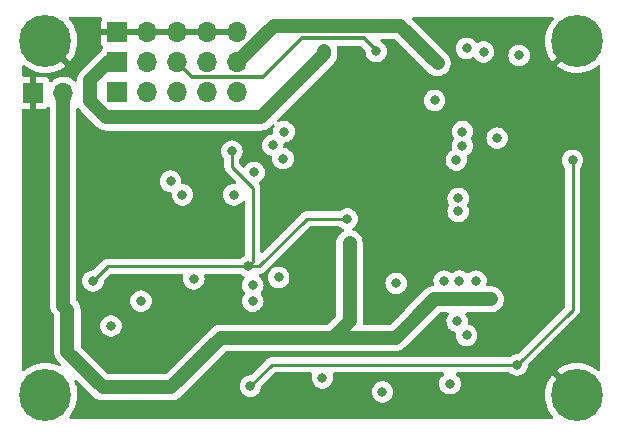
<source format=gbr>
%TF.GenerationSoftware,KiCad,Pcbnew,(6.0.0-0)*%
%TF.CreationDate,2022-04-22T00:51:05+02:00*%
%TF.ProjectId,ProtoBoard,50726f74-6f42-46f6-9172-642e6b696361,rev?*%
%TF.SameCoordinates,Original*%
%TF.FileFunction,Copper,L3,Inr*%
%TF.FilePolarity,Positive*%
%FSLAX46Y46*%
G04 Gerber Fmt 4.6, Leading zero omitted, Abs format (unit mm)*
G04 Created by KiCad (PCBNEW (6.0.0-0)) date 2022-04-22 00:51:05*
%MOMM*%
%LPD*%
G01*
G04 APERTURE LIST*
%TA.AperFunction,ComponentPad*%
%ADD10R,1.700000X1.700000*%
%TD*%
%TA.AperFunction,ComponentPad*%
%ADD11O,1.700000X1.700000*%
%TD*%
%TA.AperFunction,ComponentPad*%
%ADD12C,4.400000*%
%TD*%
%TA.AperFunction,ViaPad*%
%ADD13C,0.800000*%
%TD*%
%TA.AperFunction,Conductor*%
%ADD14C,0.250000*%
%TD*%
%TA.AperFunction,Conductor*%
%ADD15C,1.200000*%
%TD*%
%TA.AperFunction,Conductor*%
%ADD16C,0.300000*%
%TD*%
G04 APERTURE END LIST*
D10*
%TO.N,/Servo1*%
%TO.C,J8*%
X66075000Y-66880000D03*
D11*
%TO.N,/Servo2*%
X68615000Y-66880000D03*
%TO.N,/Servo3*%
X71155000Y-66880000D03*
%TO.N,/Servo4*%
X73695000Y-66880000D03*
%TO.N,/Servo5*%
X76235000Y-66880000D03*
%TD*%
D10*
%TO.N,GND*%
%TO.C,J1*%
X58975000Y-66900000D03*
D11*
%TO.N,+BATT*%
X61515000Y-66900000D03*
%TD*%
D12*
%TO.N,GND*%
%TO.C,H1*%
X60000000Y-62550000D03*
%TD*%
D10*
%TO.N,/POWER2*%
%TO.C,J6*%
X66075000Y-64340000D03*
D11*
X68615000Y-64340000D03*
%TO.N,/POWER3*%
X71155000Y-64340000D03*
%TO.N,/POWER1*%
X73695000Y-64340000D03*
X76235000Y-64340000D03*
%TD*%
D10*
%TO.N,GND*%
%TO.C,J5*%
X66075000Y-61800000D03*
D11*
X68615000Y-61800000D03*
X71155000Y-61800000D03*
X73695000Y-61800000D03*
X76235000Y-61800000D03*
%TD*%
D12*
%TO.N,GND*%
%TO.C,H4*%
X60000000Y-92500000D03*
%TD*%
%TO.N,GND*%
%TO.C,H3*%
X105000000Y-62550000D03*
%TD*%
%TO.N,GND*%
%TO.C,H2*%
X105000000Y-92500000D03*
%TD*%
D13*
%TO.N,GND*%
X79450000Y-77750000D03*
X89700200Y-74100000D03*
X97650000Y-91450000D03*
X65000000Y-89450000D03*
X94400000Y-65750000D03*
X84450000Y-74100000D03*
%TO.N,+3V3*%
X64025500Y-82850000D03*
X104625000Y-72625000D03*
X77184800Y-81615200D03*
X75782500Y-71850000D03*
X100101000Y-63748700D03*
X77350000Y-91750000D03*
X85550000Y-77594502D03*
X99950000Y-89950000D03*
X98250000Y-70750000D03*
%TO.N,+BATT*%
X61860000Y-87630000D03*
X85750000Y-79650000D03*
X97700000Y-84400000D03*
%TO.N,/RGB*%
X88535000Y-92235000D03*
%TO.N,/I2C_SDA*%
X95650000Y-87450000D03*
X97100000Y-63451400D03*
%TO.N,/I2C_SCL*%
X95650000Y-63150000D03*
X94250000Y-91550000D03*
%TO.N,/POWER3*%
X88000000Y-63400000D03*
%TO.N,/POWER2*%
X83600000Y-63350000D03*
%TO.N,/POWER1*%
X93200000Y-64400000D03*
%TO.N,/POWER4*%
X92950000Y-67550000D03*
%TO.N,/COM1*%
X75950000Y-75550000D03*
X72562299Y-82662299D03*
%TO.N,/COM2*%
X83450000Y-91050000D03*
%TO.N,/SEL3*%
X94950000Y-75850000D03*
X77550000Y-84550000D03*
X65550000Y-86650000D03*
%TO.N,/SEL4*%
X77670300Y-73659400D03*
X94950000Y-76950000D03*
X77550000Y-83200000D03*
X68089502Y-84550000D03*
%TO.N,/SEL2*%
X70600000Y-74400000D03*
X94850000Y-86250000D03*
X79750000Y-82550000D03*
%TO.N,/SEL1*%
X71600000Y-75550000D03*
X89700000Y-83050000D03*
%TO.N,/LRA6*%
X80112299Y-72487701D03*
%TO.N,/LRA5*%
X79250000Y-71350000D03*
%TO.N,/LRA4*%
X80200000Y-70200000D03*
%TO.N,/LRA3*%
X95300000Y-70200000D03*
X96450000Y-82850000D03*
%TO.N,/LRA2*%
X95300000Y-71400000D03*
X95050000Y-82850000D03*
%TO.N,/LRA1*%
X93750000Y-82850000D03*
X94789400Y-72611400D03*
%TD*%
D14*
%TO.N,+3V3*%
X99950000Y-89950000D02*
X104625000Y-85275000D01*
X77184800Y-81615200D02*
X65260300Y-81615200D01*
X77350000Y-91750000D02*
X79150000Y-89950000D01*
X104625000Y-85275000D02*
X104625000Y-72625000D01*
X77550000Y-74950000D02*
X77550000Y-81250000D01*
X65260300Y-81615200D02*
X64025500Y-82850000D01*
X75782500Y-71850000D02*
X75782500Y-73182500D01*
X79150000Y-89950000D02*
X99950000Y-89950000D01*
X82105498Y-77594502D02*
X78084800Y-81615200D01*
X75782500Y-73182500D02*
X77550000Y-74950000D01*
X77550000Y-81250000D02*
X77184800Y-81615200D01*
X78084800Y-81615200D02*
X77184800Y-81615200D01*
X85550000Y-77594502D02*
X82105498Y-77594502D01*
D15*
%TO.N,+BATT*%
X61860000Y-88860000D02*
X64850000Y-91850000D01*
X61860000Y-87630000D02*
X61860000Y-85280000D01*
X74850000Y-87650000D02*
X82301366Y-87650000D01*
X97700000Y-84400000D02*
X93800000Y-84400000D01*
X82301366Y-87650000D02*
X84350000Y-87650000D01*
X85750000Y-86250000D02*
X85750000Y-79650000D01*
X93800000Y-84400000D02*
X92900000Y-84400000D01*
X84350000Y-87650000D02*
X89650000Y-87650000D01*
X61515000Y-66900000D02*
X61515000Y-84935000D01*
X89650000Y-87650000D02*
X91250000Y-86050000D01*
X64850000Y-91850000D02*
X70650000Y-91850000D01*
X70650000Y-91850000D02*
X74850000Y-87650000D01*
X61860000Y-85280000D02*
X61515000Y-84935000D01*
X61860000Y-87630000D02*
X61860000Y-88860000D01*
X92900000Y-84400000D02*
X91250000Y-86050000D01*
X84350000Y-87650000D02*
X85750000Y-86250000D01*
D16*
%TO.N,/POWER3*%
X81700000Y-62300000D02*
X87000000Y-62300000D01*
X87000000Y-62300000D02*
X88000000Y-63300000D01*
X88000000Y-63300000D02*
X88000000Y-63400000D01*
X72415000Y-65600000D02*
X78400000Y-65600000D01*
X71155000Y-64340000D02*
X72415000Y-65600000D01*
X78400000Y-65600000D02*
X81700000Y-62300000D01*
D15*
%TO.N,/POWER2*%
X65310000Y-64340000D02*
X66075000Y-64340000D01*
X83600000Y-63350000D02*
X83600000Y-63650000D01*
X63800000Y-67650000D02*
X63800000Y-65850000D01*
X78250000Y-69000000D02*
X65150000Y-69000000D01*
X63800000Y-65850000D02*
X65310000Y-64340000D01*
X83600000Y-63650000D02*
X78250000Y-69000000D01*
X65150000Y-69000000D02*
X63800000Y-67650000D01*
%TO.N,/POWER1*%
X79325000Y-61250000D02*
X90050000Y-61250000D01*
X90050000Y-61250000D02*
X93200000Y-64400000D01*
X76235000Y-64340000D02*
X79325000Y-61250000D01*
%TD*%
%TA.AperFunction,Conductor*%
%TO.N,GND*%
G36*
X102974675Y-60528002D02*
G01*
X103021168Y-60581658D01*
X103031272Y-60651932D01*
X103001778Y-60716512D01*
X102994949Y-60723791D01*
X102986586Y-60732024D01*
X102981518Y-60737652D01*
X102782766Y-60987071D01*
X102778410Y-60993270D01*
X102611059Y-61264764D01*
X102607479Y-61271440D01*
X102473956Y-61561074D01*
X102471206Y-61568125D01*
X102373444Y-61871708D01*
X102371561Y-61879041D01*
X102310979Y-62192170D01*
X102309992Y-62199670D01*
X102287467Y-62517802D01*
X102287388Y-62525383D01*
X102303245Y-62843914D01*
X102304076Y-62851443D01*
X102358085Y-63165759D01*
X102359818Y-63173146D01*
X102451196Y-63478695D01*
X102453799Y-63485808D01*
X102581227Y-63778173D01*
X102584669Y-63784929D01*
X102746296Y-64059865D01*
X102750519Y-64066150D01*
X102901463Y-64263934D01*
X102912989Y-64272396D01*
X102925054Y-64265735D01*
X104910905Y-62279885D01*
X104973217Y-62245859D01*
X105044033Y-62250924D01*
X105089095Y-62279885D01*
X105270115Y-62460905D01*
X105304141Y-62523217D01*
X105299076Y-62594032D01*
X105270115Y-62639095D01*
X103285818Y-64623393D01*
X103278703Y-64636423D01*
X103286227Y-64646854D01*
X103425483Y-64759020D01*
X103431657Y-64763408D01*
X103702271Y-64932178D01*
X103708931Y-64935794D01*
X103997852Y-65070827D01*
X104004905Y-65073620D01*
X104307970Y-65172970D01*
X104315282Y-65174888D01*
X104628092Y-65237109D01*
X104635590Y-65238137D01*
X104953610Y-65262328D01*
X104961173Y-65262446D01*
X105279785Y-65248257D01*
X105287326Y-65247465D01*
X105601924Y-65195101D01*
X105609302Y-65193411D01*
X105915355Y-65103625D01*
X105922450Y-65101071D01*
X106215496Y-64975169D01*
X106222263Y-64971765D01*
X106498042Y-64811580D01*
X106504349Y-64807390D01*
X106758895Y-64615226D01*
X106764651Y-64610310D01*
X106778553Y-64596909D01*
X106841479Y-64564032D01*
X106912190Y-64570394D01*
X106968236Y-64613976D01*
X106992000Y-64687623D01*
X106992000Y-90362259D01*
X106971998Y-90430380D01*
X106918342Y-90476873D01*
X106848068Y-90486977D01*
X106787994Y-90461209D01*
X106551298Y-90274613D01*
X106545075Y-90270288D01*
X106272702Y-90104357D01*
X106266025Y-90100822D01*
X105975686Y-89968813D01*
X105968616Y-89966099D01*
X105664537Y-89869932D01*
X105657186Y-89868085D01*
X105343746Y-89809142D01*
X105336237Y-89808194D01*
X105017989Y-89787335D01*
X105010424Y-89787295D01*
X104691964Y-89804821D01*
X104684450Y-89805690D01*
X104370405Y-89861348D01*
X104363044Y-89863115D01*
X104057980Y-89956092D01*
X104050860Y-89958740D01*
X103759182Y-90087690D01*
X103752445Y-90091167D01*
X103478355Y-90254233D01*
X103472091Y-90258490D01*
X103286385Y-90401762D01*
X103277917Y-90413423D01*
X103284520Y-90425309D01*
X105270115Y-92410905D01*
X105304141Y-92473217D01*
X105299076Y-92544033D01*
X105270115Y-92589095D01*
X105089095Y-92770115D01*
X105026783Y-92804141D01*
X104955968Y-92799076D01*
X104910905Y-92770115D01*
X102926445Y-90785656D01*
X102913510Y-90778592D01*
X102902949Y-90786252D01*
X102782766Y-90937072D01*
X102778410Y-90943270D01*
X102611059Y-91214764D01*
X102607479Y-91221440D01*
X102473956Y-91511074D01*
X102471206Y-91518125D01*
X102373444Y-91821708D01*
X102371561Y-91829041D01*
X102310979Y-92142170D01*
X102309992Y-92149670D01*
X102287467Y-92467802D01*
X102287388Y-92475383D01*
X102303245Y-92793914D01*
X102304076Y-92801443D01*
X102358085Y-93115759D01*
X102359818Y-93123146D01*
X102451196Y-93428695D01*
X102453799Y-93435808D01*
X102581227Y-93728173D01*
X102584669Y-93734929D01*
X102746296Y-94009865D01*
X102750519Y-94016150D01*
X102944010Y-94269684D01*
X102948953Y-94275411D01*
X102951552Y-94278078D01*
X102984758Y-94340830D01*
X102978767Y-94411573D01*
X102935481Y-94467847D01*
X102868642Y-94491786D01*
X102861298Y-94492000D01*
X62135317Y-94492000D01*
X62067196Y-94471998D01*
X62020703Y-94418342D01*
X62010599Y-94348068D01*
X62037604Y-94286450D01*
X62200751Y-94086055D01*
X62205164Y-94079914D01*
X62375349Y-93810187D01*
X62379005Y-93803536D01*
X62515544Y-93515335D01*
X62518375Y-93508295D01*
X62619306Y-93205767D01*
X62621270Y-93198433D01*
X62685122Y-92885989D01*
X62686194Y-92878465D01*
X62712173Y-92559051D01*
X62712378Y-92554576D01*
X62712927Y-92502221D01*
X62712817Y-92497789D01*
X62693529Y-92177853D01*
X62692621Y-92170351D01*
X62635319Y-91856593D01*
X62633518Y-91849260D01*
X62538935Y-91544655D01*
X62536263Y-91537583D01*
X62463961Y-91376329D01*
X62454342Y-91305987D01*
X62484280Y-91241612D01*
X62544270Y-91203641D01*
X62615264Y-91204131D01*
X62668028Y-91235684D01*
X63992449Y-92560105D01*
X63999435Y-92568379D01*
X63999665Y-92568180D01*
X64003588Y-92572725D01*
X64007054Y-92577611D01*
X64040245Y-92609384D01*
X64074017Y-92641714D01*
X64075981Y-92643637D01*
X64103540Y-92671196D01*
X64105850Y-92673103D01*
X64109259Y-92675918D01*
X64116163Y-92682060D01*
X64159850Y-92723881D01*
X64164889Y-92727135D01*
X64164892Y-92727137D01*
X64187993Y-92742053D01*
X64199877Y-92750751D01*
X64221081Y-92768262D01*
X64221090Y-92768268D01*
X64225706Y-92772080D01*
X64278817Y-92801097D01*
X64286698Y-92805786D01*
X64337548Y-92838620D01*
X64343115Y-92840863D01*
X64343116Y-92840864D01*
X64368625Y-92851144D01*
X64381931Y-92857433D01*
X64411330Y-92873496D01*
X64450358Y-92885989D01*
X64468952Y-92891941D01*
X64477625Y-92895072D01*
X64533737Y-92917686D01*
X64566615Y-92924107D01*
X64580876Y-92927769D01*
X64612782Y-92937982D01*
X64658320Y-92943452D01*
X64672846Y-92945197D01*
X64681970Y-92946634D01*
X64723144Y-92954675D01*
X64741337Y-92958228D01*
X64746899Y-92958500D01*
X64776041Y-92958500D01*
X64791069Y-92959399D01*
X64816847Y-92962496D01*
X64816851Y-92962496D01*
X64822794Y-92963210D01*
X64828770Y-92962787D01*
X64828773Y-92962787D01*
X64884868Y-92958815D01*
X64893767Y-92958500D01*
X70545743Y-92958500D01*
X70556532Y-92959411D01*
X70556554Y-92959107D01*
X70562528Y-92959546D01*
X70568446Y-92960552D01*
X70661100Y-92958530D01*
X70663848Y-92958500D01*
X70702846Y-92958500D01*
X70705825Y-92958216D01*
X70705843Y-92958215D01*
X70710222Y-92957797D01*
X70719436Y-92957257D01*
X70751088Y-92956566D01*
X70773920Y-92956068D01*
X70773921Y-92956068D01*
X70779917Y-92955937D01*
X70785775Y-92954676D01*
X70785782Y-92954675D01*
X70812674Y-92948885D01*
X70827226Y-92946633D01*
X70842275Y-92945197D01*
X70860566Y-92943452D01*
X70866327Y-92941762D01*
X70918613Y-92926424D01*
X70927561Y-92924152D01*
X70980836Y-92912682D01*
X70980847Y-92912679D01*
X70986702Y-92911418D01*
X70992218Y-92909071D01*
X70992221Y-92909070D01*
X71017532Y-92898300D01*
X71031381Y-92893341D01*
X71063534Y-92883908D01*
X71117326Y-92856203D01*
X71125660Y-92852290D01*
X71181336Y-92828600D01*
X71209130Y-92809888D01*
X71221797Y-92802397D01*
X71246246Y-92789806D01*
X71246253Y-92789802D01*
X71251580Y-92787058D01*
X71297801Y-92750751D01*
X71299143Y-92749697D01*
X71306609Y-92744263D01*
X71353033Y-92713009D01*
X71353048Y-92712998D01*
X71356799Y-92710472D01*
X71360924Y-92706731D01*
X71381529Y-92686126D01*
X71392791Y-92676135D01*
X71413203Y-92660102D01*
X71413208Y-92660098D01*
X71417920Y-92656396D01*
X71421852Y-92651865D01*
X71421857Y-92651860D01*
X71458716Y-92609384D01*
X71464786Y-92602869D01*
X72317655Y-91750000D01*
X76436496Y-91750000D01*
X76437186Y-91756565D01*
X76455129Y-91927279D01*
X76456458Y-91939928D01*
X76515473Y-92121556D01*
X76518776Y-92127278D01*
X76518777Y-92127279D01*
X76531705Y-92149670D01*
X76610960Y-92286944D01*
X76615378Y-92291851D01*
X76615379Y-92291852D01*
X76729292Y-92418365D01*
X76738747Y-92428866D01*
X76893248Y-92541118D01*
X76899276Y-92543802D01*
X76899278Y-92543803D01*
X77053079Y-92612279D01*
X77067712Y-92618794D01*
X77161113Y-92638647D01*
X77248056Y-92657128D01*
X77248061Y-92657128D01*
X77254513Y-92658500D01*
X77445487Y-92658500D01*
X77451939Y-92657128D01*
X77451944Y-92657128D01*
X77538887Y-92638647D01*
X77632288Y-92618794D01*
X77646921Y-92612279D01*
X77800722Y-92543803D01*
X77800724Y-92543802D01*
X77806752Y-92541118D01*
X77961253Y-92428866D01*
X77970708Y-92418365D01*
X78084621Y-92291852D01*
X78084622Y-92291851D01*
X78089040Y-92286944D01*
X78119030Y-92235000D01*
X87621496Y-92235000D01*
X87622186Y-92241565D01*
X87632932Y-92343803D01*
X87641458Y-92424928D01*
X87700473Y-92606556D01*
X87703776Y-92612278D01*
X87703777Y-92612279D01*
X87721302Y-92642633D01*
X87795960Y-92771944D01*
X87800378Y-92776851D01*
X87800379Y-92776852D01*
X87898646Y-92885989D01*
X87923747Y-92913866D01*
X88078248Y-93026118D01*
X88084276Y-93028802D01*
X88084278Y-93028803D01*
X88246681Y-93101109D01*
X88252712Y-93103794D01*
X88346113Y-93123647D01*
X88433056Y-93142128D01*
X88433061Y-93142128D01*
X88439513Y-93143500D01*
X88630487Y-93143500D01*
X88636939Y-93142128D01*
X88636944Y-93142128D01*
X88723887Y-93123647D01*
X88817288Y-93103794D01*
X88823319Y-93101109D01*
X88985722Y-93028803D01*
X88985724Y-93028802D01*
X88991752Y-93026118D01*
X89146253Y-92913866D01*
X89171354Y-92885989D01*
X89269621Y-92776852D01*
X89269622Y-92776851D01*
X89274040Y-92771944D01*
X89348698Y-92642633D01*
X89366223Y-92612279D01*
X89366224Y-92612278D01*
X89369527Y-92606556D01*
X89428542Y-92424928D01*
X89437069Y-92343803D01*
X89447814Y-92241565D01*
X89448504Y-92235000D01*
X89428542Y-92045072D01*
X89369527Y-91863444D01*
X89274040Y-91698056D01*
X89173995Y-91586944D01*
X89150675Y-91561045D01*
X89150674Y-91561044D01*
X89146253Y-91556134D01*
X88991752Y-91443882D01*
X88985724Y-91441198D01*
X88985722Y-91441197D01*
X88823319Y-91368891D01*
X88823318Y-91368891D01*
X88817288Y-91366206D01*
X88723887Y-91346353D01*
X88636944Y-91327872D01*
X88636939Y-91327872D01*
X88630487Y-91326500D01*
X88439513Y-91326500D01*
X88433061Y-91327872D01*
X88433056Y-91327872D01*
X88346113Y-91346353D01*
X88252712Y-91366206D01*
X88246682Y-91368891D01*
X88246681Y-91368891D01*
X88084278Y-91441197D01*
X88084276Y-91441198D01*
X88078248Y-91443882D01*
X87923747Y-91556134D01*
X87919326Y-91561044D01*
X87919325Y-91561045D01*
X87896006Y-91586944D01*
X87795960Y-91698056D01*
X87700473Y-91863444D01*
X87641458Y-92045072D01*
X87621496Y-92235000D01*
X78119030Y-92235000D01*
X78168295Y-92149670D01*
X78181223Y-92127279D01*
X78181224Y-92127278D01*
X78184527Y-92121556D01*
X78243542Y-91939928D01*
X78244872Y-91927279D01*
X78254335Y-91837237D01*
X78260907Y-91774706D01*
X78287920Y-91709050D01*
X78297122Y-91698782D01*
X79375499Y-90620405D01*
X79437811Y-90586379D01*
X79464594Y-90583500D01*
X82472898Y-90583500D01*
X82541019Y-90603502D01*
X82587512Y-90657158D01*
X82597616Y-90727432D01*
X82592731Y-90748436D01*
X82556458Y-90860072D01*
X82555768Y-90866633D01*
X82555768Y-90866635D01*
X82548365Y-90937072D01*
X82536496Y-91050000D01*
X82537186Y-91056565D01*
X82554235Y-91218774D01*
X82556458Y-91239928D01*
X82615473Y-91421556D01*
X82710960Y-91586944D01*
X82715378Y-91591851D01*
X82715379Y-91591852D01*
X82834325Y-91723955D01*
X82838747Y-91728866D01*
X82937843Y-91800864D01*
X82976626Y-91829041D01*
X82993248Y-91841118D01*
X82999276Y-91843802D01*
X82999278Y-91843803D01*
X83159799Y-91915271D01*
X83167712Y-91918794D01*
X83236263Y-91933365D01*
X83348056Y-91957128D01*
X83348061Y-91957128D01*
X83354513Y-91958500D01*
X83545487Y-91958500D01*
X83551939Y-91957128D01*
X83551944Y-91957128D01*
X83663737Y-91933365D01*
X83732288Y-91918794D01*
X83740201Y-91915271D01*
X83900722Y-91843803D01*
X83900724Y-91843802D01*
X83906752Y-91841118D01*
X83923375Y-91829041D01*
X83962157Y-91800864D01*
X84061253Y-91728866D01*
X84065675Y-91723955D01*
X84184621Y-91591852D01*
X84184622Y-91591851D01*
X84189040Y-91586944D01*
X84284527Y-91421556D01*
X84343542Y-91239928D01*
X84345766Y-91218774D01*
X84362814Y-91056565D01*
X84363504Y-91050000D01*
X84351635Y-90937072D01*
X84344232Y-90866635D01*
X84344232Y-90866633D01*
X84343542Y-90860072D01*
X84307269Y-90748436D01*
X84305241Y-90677469D01*
X84341904Y-90616671D01*
X84405616Y-90585345D01*
X84427102Y-90583500D01*
X93646853Y-90583500D01*
X93714974Y-90603502D01*
X93761467Y-90657158D01*
X93771571Y-90727432D01*
X93742077Y-90792012D01*
X93720914Y-90811436D01*
X93658025Y-90857128D01*
X93638747Y-90871134D01*
X93634326Y-90876044D01*
X93634325Y-90876045D01*
X93573796Y-90943270D01*
X93510960Y-91013056D01*
X93415473Y-91178444D01*
X93356458Y-91360072D01*
X93355768Y-91366633D01*
X93355768Y-91366635D01*
X93347649Y-91443882D01*
X93336496Y-91550000D01*
X93337186Y-91556565D01*
X93353213Y-91709050D01*
X93356458Y-91739928D01*
X93415473Y-91921556D01*
X93418776Y-91927278D01*
X93418777Y-91927279D01*
X93436803Y-91958500D01*
X93510960Y-92086944D01*
X93638747Y-92228866D01*
X93793248Y-92341118D01*
X93799276Y-92343802D01*
X93799278Y-92343803D01*
X93949993Y-92410905D01*
X93967712Y-92418794D01*
X94026106Y-92431206D01*
X94148056Y-92457128D01*
X94148061Y-92457128D01*
X94154513Y-92458500D01*
X94345487Y-92458500D01*
X94351939Y-92457128D01*
X94351944Y-92457128D01*
X94473894Y-92431206D01*
X94532288Y-92418794D01*
X94550007Y-92410905D01*
X94700722Y-92343803D01*
X94700724Y-92343802D01*
X94706752Y-92341118D01*
X94861253Y-92228866D01*
X94989040Y-92086944D01*
X95063197Y-91958500D01*
X95081223Y-91927279D01*
X95081224Y-91927278D01*
X95084527Y-91921556D01*
X95143542Y-91739928D01*
X95146788Y-91709050D01*
X95162814Y-91556565D01*
X95163504Y-91550000D01*
X95152351Y-91443882D01*
X95144232Y-91366635D01*
X95144232Y-91366633D01*
X95143542Y-91360072D01*
X95084527Y-91178444D01*
X94989040Y-91013056D01*
X94926205Y-90943270D01*
X94865675Y-90876045D01*
X94865674Y-90876044D01*
X94861253Y-90871134D01*
X94841976Y-90857128D01*
X94779086Y-90811436D01*
X94735732Y-90755214D01*
X94729657Y-90684477D01*
X94762789Y-90621686D01*
X94824609Y-90586774D01*
X94853147Y-90583500D01*
X99241800Y-90583500D01*
X99309921Y-90603502D01*
X99329147Y-90619843D01*
X99329420Y-90619540D01*
X99334332Y-90623963D01*
X99338747Y-90628866D01*
X99356136Y-90641500D01*
X99442979Y-90704595D01*
X99493248Y-90741118D01*
X99499276Y-90743802D01*
X99499278Y-90743803D01*
X99661681Y-90816109D01*
X99667712Y-90818794D01*
X99760990Y-90838621D01*
X99848056Y-90857128D01*
X99848061Y-90857128D01*
X99854513Y-90858500D01*
X100045487Y-90858500D01*
X100051939Y-90857128D01*
X100051944Y-90857128D01*
X100139010Y-90838621D01*
X100232288Y-90818794D01*
X100238319Y-90816109D01*
X100400722Y-90743803D01*
X100400724Y-90743802D01*
X100406752Y-90741118D01*
X100561253Y-90628866D01*
X100569650Y-90619540D01*
X100684621Y-90491852D01*
X100684622Y-90491851D01*
X100689040Y-90486944D01*
X100784527Y-90321556D01*
X100843542Y-90139928D01*
X100860907Y-89974706D01*
X100887920Y-89909050D01*
X100897122Y-89898782D01*
X105017247Y-85778657D01*
X105025537Y-85771113D01*
X105032018Y-85767000D01*
X105078659Y-85717332D01*
X105081413Y-85714491D01*
X105101134Y-85694770D01*
X105103612Y-85691575D01*
X105111318Y-85682553D01*
X105121355Y-85671865D01*
X105141586Y-85650321D01*
X105151346Y-85632568D01*
X105162199Y-85616045D01*
X105169753Y-85606306D01*
X105174613Y-85600041D01*
X105192176Y-85559457D01*
X105197383Y-85548827D01*
X105218695Y-85510060D01*
X105220666Y-85502383D01*
X105220668Y-85502378D01*
X105223732Y-85490442D01*
X105230138Y-85471730D01*
X105230321Y-85471309D01*
X105238181Y-85453145D01*
X105241663Y-85431164D01*
X105245097Y-85409481D01*
X105247504Y-85397860D01*
X105256528Y-85362711D01*
X105256528Y-85362710D01*
X105258500Y-85355030D01*
X105258500Y-85334769D01*
X105260051Y-85315058D01*
X105261875Y-85303545D01*
X105263219Y-85295057D01*
X105259059Y-85251046D01*
X105258500Y-85239189D01*
X105258500Y-73327524D01*
X105278502Y-73259403D01*
X105290858Y-73243221D01*
X105364040Y-73161944D01*
X105459527Y-72996556D01*
X105518542Y-72814928D01*
X105519972Y-72801328D01*
X105537814Y-72631565D01*
X105538504Y-72625000D01*
X105525803Y-72504158D01*
X105519232Y-72441635D01*
X105519232Y-72441633D01*
X105518542Y-72435072D01*
X105459527Y-72253444D01*
X105441117Y-72221556D01*
X105421302Y-72187237D01*
X105364040Y-72088056D01*
X105351344Y-72073955D01*
X105240675Y-71951045D01*
X105240674Y-71951044D01*
X105236253Y-71946134D01*
X105112972Y-71856565D01*
X105087094Y-71837763D01*
X105087093Y-71837762D01*
X105081752Y-71833882D01*
X105075724Y-71831198D01*
X105075722Y-71831197D01*
X104913319Y-71758891D01*
X104913318Y-71758891D01*
X104907288Y-71756206D01*
X104813887Y-71736353D01*
X104726944Y-71717872D01*
X104726939Y-71717872D01*
X104720487Y-71716500D01*
X104529513Y-71716500D01*
X104523061Y-71717872D01*
X104523056Y-71717872D01*
X104436113Y-71736353D01*
X104342712Y-71756206D01*
X104336682Y-71758891D01*
X104336681Y-71758891D01*
X104174278Y-71831197D01*
X104174276Y-71831198D01*
X104168248Y-71833882D01*
X104162907Y-71837762D01*
X104162906Y-71837763D01*
X104137028Y-71856565D01*
X104013747Y-71946134D01*
X104009326Y-71951044D01*
X104009325Y-71951045D01*
X103898657Y-72073955D01*
X103885960Y-72088056D01*
X103828698Y-72187237D01*
X103808884Y-72221556D01*
X103790473Y-72253444D01*
X103731458Y-72435072D01*
X103730768Y-72441633D01*
X103730768Y-72441635D01*
X103724197Y-72504158D01*
X103711496Y-72625000D01*
X103712186Y-72631565D01*
X103730029Y-72801328D01*
X103731458Y-72814928D01*
X103790473Y-72996556D01*
X103885960Y-73161944D01*
X103959137Y-73243215D01*
X103989853Y-73307221D01*
X103991500Y-73327524D01*
X103991500Y-84960405D01*
X103971498Y-85028526D01*
X103954595Y-85049500D01*
X99999500Y-89004595D01*
X99937188Y-89038621D01*
X99910405Y-89041500D01*
X99854513Y-89041500D01*
X99848061Y-89042872D01*
X99848056Y-89042872D01*
X99761113Y-89061353D01*
X99667712Y-89081206D01*
X99661682Y-89083891D01*
X99661681Y-89083891D01*
X99499278Y-89156197D01*
X99499276Y-89156198D01*
X99493248Y-89158882D01*
X99338747Y-89271134D01*
X99334332Y-89276037D01*
X99329420Y-89280460D01*
X99328295Y-89279211D01*
X99274986Y-89312051D01*
X99241800Y-89316500D01*
X79228763Y-89316500D01*
X79217579Y-89315973D01*
X79210091Y-89314299D01*
X79202168Y-89314548D01*
X79142033Y-89316438D01*
X79138075Y-89316500D01*
X79110144Y-89316500D01*
X79106229Y-89316995D01*
X79106225Y-89316995D01*
X79106167Y-89317003D01*
X79106138Y-89317006D01*
X79094296Y-89317939D01*
X79050110Y-89319327D01*
X79032744Y-89324372D01*
X79030658Y-89324978D01*
X79011306Y-89328986D01*
X78999068Y-89330532D01*
X78999066Y-89330533D01*
X78991203Y-89331526D01*
X78950086Y-89347806D01*
X78938885Y-89351641D01*
X78896406Y-89363982D01*
X78889587Y-89368015D01*
X78889582Y-89368017D01*
X78878971Y-89374293D01*
X78861221Y-89382990D01*
X78842383Y-89390448D01*
X78835967Y-89395109D01*
X78835966Y-89395110D01*
X78806625Y-89416428D01*
X78796701Y-89422947D01*
X78765460Y-89441422D01*
X78765455Y-89441426D01*
X78758637Y-89445458D01*
X78744313Y-89459782D01*
X78729281Y-89472621D01*
X78712893Y-89484528D01*
X78692530Y-89509143D01*
X78684712Y-89518593D01*
X78676722Y-89527373D01*
X77399500Y-90804595D01*
X77337188Y-90838621D01*
X77310405Y-90841500D01*
X77254513Y-90841500D01*
X77248061Y-90842872D01*
X77248056Y-90842872D01*
X77167139Y-90860072D01*
X77067712Y-90881206D01*
X77061682Y-90883891D01*
X77061681Y-90883891D01*
X76899278Y-90956197D01*
X76899276Y-90956198D01*
X76893248Y-90958882D01*
X76738747Y-91071134D01*
X76610960Y-91213056D01*
X76594473Y-91241612D01*
X76522539Y-91366206D01*
X76515473Y-91378444D01*
X76456458Y-91560072D01*
X76455768Y-91566633D01*
X76455768Y-91566635D01*
X76453118Y-91591852D01*
X76436496Y-91750000D01*
X72317655Y-91750000D01*
X75272251Y-88795405D01*
X75334563Y-88761379D01*
X75361346Y-88758500D01*
X84245743Y-88758500D01*
X84256532Y-88759411D01*
X84256554Y-88759107D01*
X84262528Y-88759546D01*
X84268446Y-88760552D01*
X84361100Y-88758530D01*
X84363848Y-88758500D01*
X89545743Y-88758500D01*
X89556532Y-88759411D01*
X89556554Y-88759107D01*
X89562528Y-88759546D01*
X89568446Y-88760552D01*
X89661100Y-88758530D01*
X89663848Y-88758500D01*
X89702846Y-88758500D01*
X89705825Y-88758216D01*
X89705843Y-88758215D01*
X89710222Y-88757797D01*
X89719436Y-88757257D01*
X89751088Y-88756566D01*
X89773920Y-88756068D01*
X89773921Y-88756068D01*
X89779917Y-88755937D01*
X89785775Y-88754676D01*
X89785782Y-88754675D01*
X89812674Y-88748885D01*
X89827226Y-88746633D01*
X89840607Y-88745356D01*
X89860566Y-88743452D01*
X89866327Y-88741762D01*
X89918613Y-88726424D01*
X89927561Y-88724152D01*
X89980836Y-88712682D01*
X89980847Y-88712679D01*
X89986702Y-88711418D01*
X89992218Y-88709071D01*
X89992221Y-88709070D01*
X90017532Y-88698300D01*
X90031381Y-88693341D01*
X90063534Y-88683908D01*
X90117326Y-88656203D01*
X90125660Y-88652290D01*
X90181336Y-88628600D01*
X90209130Y-88609888D01*
X90221797Y-88602397D01*
X90246246Y-88589806D01*
X90246253Y-88589802D01*
X90251580Y-88587058D01*
X90277700Y-88566541D01*
X90299143Y-88549697D01*
X90306609Y-88544263D01*
X90353033Y-88513009D01*
X90353048Y-88512998D01*
X90356799Y-88510472D01*
X90360924Y-88506731D01*
X90381529Y-88486126D01*
X90392791Y-88476135D01*
X90413203Y-88460102D01*
X90413208Y-88460098D01*
X90417920Y-88456396D01*
X90421852Y-88451865D01*
X90421857Y-88451860D01*
X90458716Y-88409384D01*
X90464786Y-88402869D01*
X92071196Y-86796460D01*
X92071201Y-86796454D01*
X93322250Y-85545405D01*
X93384562Y-85511379D01*
X93411345Y-85508500D01*
X94013143Y-85508500D01*
X94081264Y-85528502D01*
X94127757Y-85582158D01*
X94137861Y-85652432D01*
X94115138Y-85708416D01*
X94110960Y-85713056D01*
X94107659Y-85718774D01*
X94107658Y-85718775D01*
X94072406Y-85779834D01*
X94015473Y-85878444D01*
X93956458Y-86060072D01*
X93955768Y-86066633D01*
X93955768Y-86066635D01*
X93940628Y-86210688D01*
X93936496Y-86250000D01*
X93956458Y-86439928D01*
X94015473Y-86621556D01*
X94018776Y-86627278D01*
X94018777Y-86627279D01*
X94046184Y-86674749D01*
X94110960Y-86786944D01*
X94115378Y-86791851D01*
X94115379Y-86791852D01*
X94207329Y-86893973D01*
X94238747Y-86928866D01*
X94393248Y-87041118D01*
X94399276Y-87043802D01*
X94399278Y-87043803D01*
X94491200Y-87084729D01*
X94567712Y-87118794D01*
X94655886Y-87137536D01*
X94718359Y-87171264D01*
X94752681Y-87233414D01*
X94754999Y-87273953D01*
X94736496Y-87450000D01*
X94756458Y-87639928D01*
X94815473Y-87821556D01*
X94910960Y-87986944D01*
X95038747Y-88128866D01*
X95193248Y-88241118D01*
X95199276Y-88243802D01*
X95199278Y-88243803D01*
X95361681Y-88316109D01*
X95367712Y-88318794D01*
X95461112Y-88338647D01*
X95548056Y-88357128D01*
X95548061Y-88357128D01*
X95554513Y-88358500D01*
X95745487Y-88358500D01*
X95751939Y-88357128D01*
X95751944Y-88357128D01*
X95838888Y-88338647D01*
X95932288Y-88318794D01*
X95938319Y-88316109D01*
X96100722Y-88243803D01*
X96100724Y-88243802D01*
X96106752Y-88241118D01*
X96261253Y-88128866D01*
X96389040Y-87986944D01*
X96484527Y-87821556D01*
X96543542Y-87639928D01*
X96563504Y-87450000D01*
X96551181Y-87332749D01*
X96544232Y-87266635D01*
X96544232Y-87266633D01*
X96543542Y-87260072D01*
X96484527Y-87078444D01*
X96389040Y-86913056D01*
X96330590Y-86848140D01*
X96265675Y-86776045D01*
X96265674Y-86776044D01*
X96261253Y-86771134D01*
X96128591Y-86674749D01*
X96112094Y-86662763D01*
X96112093Y-86662762D01*
X96106752Y-86658882D01*
X96100724Y-86656198D01*
X96100722Y-86656197D01*
X95938319Y-86583891D01*
X95938318Y-86583891D01*
X95932288Y-86581206D01*
X95844114Y-86562464D01*
X95781641Y-86528736D01*
X95747319Y-86466586D01*
X95745001Y-86426047D01*
X95762814Y-86256565D01*
X95763504Y-86250000D01*
X95759372Y-86210688D01*
X95744232Y-86066635D01*
X95744232Y-86066633D01*
X95743542Y-86060072D01*
X95684527Y-85878444D01*
X95627595Y-85779834D01*
X95592342Y-85718775D01*
X95592341Y-85718774D01*
X95589040Y-85713056D01*
X95584874Y-85708429D01*
X95561062Y-85641693D01*
X95577143Y-85572541D01*
X95628057Y-85523061D01*
X95686857Y-85508500D01*
X97752846Y-85508500D01*
X97910566Y-85493452D01*
X98113534Y-85433908D01*
X98148093Y-85416109D01*
X98296249Y-85339804D01*
X98296252Y-85339802D01*
X98301580Y-85337058D01*
X98467920Y-85206396D01*
X98471852Y-85201865D01*
X98471855Y-85201862D01*
X98602621Y-85051167D01*
X98606552Y-85046637D01*
X98609552Y-85041451D01*
X98609555Y-85041447D01*
X98709467Y-84868742D01*
X98712473Y-84863546D01*
X98781861Y-84663729D01*
X98794987Y-84573201D01*
X98811352Y-84460336D01*
X98811352Y-84460333D01*
X98812213Y-84454396D01*
X98802433Y-84243101D01*
X98752875Y-84037466D01*
X98744377Y-84018774D01*
X98677248Y-83871134D01*
X98665326Y-83844913D01*
X98542946Y-83672389D01*
X98408065Y-83543269D01*
X98394480Y-83530264D01*
X98390150Y-83526119D01*
X98212452Y-83411380D01*
X98151818Y-83386944D01*
X98021832Y-83334558D01*
X98021829Y-83334557D01*
X98016263Y-83332314D01*
X97808663Y-83291772D01*
X97803101Y-83291500D01*
X97435225Y-83291500D01*
X97367104Y-83271498D01*
X97320611Y-83217842D01*
X97310507Y-83147568D01*
X97315392Y-83126564D01*
X97341502Y-83046206D01*
X97341503Y-83046202D01*
X97343542Y-83039928D01*
X97363504Y-82850000D01*
X97345473Y-82678444D01*
X97344232Y-82666635D01*
X97344232Y-82666633D01*
X97343542Y-82660072D01*
X97284527Y-82478444D01*
X97189040Y-82313056D01*
X97171942Y-82294066D01*
X97065675Y-82176045D01*
X97065674Y-82176044D01*
X97061253Y-82171134D01*
X96906752Y-82058882D01*
X96900724Y-82056198D01*
X96900722Y-82056197D01*
X96738319Y-81983891D01*
X96738318Y-81983891D01*
X96732288Y-81981206D01*
X96638887Y-81961353D01*
X96551944Y-81942872D01*
X96551939Y-81942872D01*
X96545487Y-81941500D01*
X96354513Y-81941500D01*
X96348061Y-81942872D01*
X96348056Y-81942872D01*
X96261113Y-81961353D01*
X96167712Y-81981206D01*
X96161682Y-81983891D01*
X96161681Y-81983891D01*
X95999278Y-82056197D01*
X95999276Y-82056198D01*
X95993248Y-82058882D01*
X95987907Y-82062762D01*
X95987906Y-82062763D01*
X95869537Y-82148764D01*
X95838747Y-82171134D01*
X95834325Y-82176045D01*
X95834313Y-82176056D01*
X95770306Y-82206775D01*
X95699852Y-82198013D01*
X95665687Y-82176056D01*
X95665675Y-82176045D01*
X95661253Y-82171134D01*
X95630464Y-82148764D01*
X95512094Y-82062763D01*
X95512093Y-82062762D01*
X95506752Y-82058882D01*
X95500724Y-82056198D01*
X95500722Y-82056197D01*
X95338319Y-81983891D01*
X95338318Y-81983891D01*
X95332288Y-81981206D01*
X95238887Y-81961353D01*
X95151944Y-81942872D01*
X95151939Y-81942872D01*
X95145487Y-81941500D01*
X94954513Y-81941500D01*
X94948061Y-81942872D01*
X94948056Y-81942872D01*
X94861113Y-81961353D01*
X94767712Y-81981206D01*
X94761682Y-81983891D01*
X94761681Y-81983891D01*
X94599278Y-82056197D01*
X94599276Y-82056198D01*
X94593248Y-82058882D01*
X94474342Y-82145273D01*
X94474061Y-82145477D01*
X94407194Y-82169335D01*
X94338042Y-82153255D01*
X94325939Y-82145477D01*
X94325659Y-82145273D01*
X94206752Y-82058882D01*
X94200724Y-82056198D01*
X94200722Y-82056197D01*
X94038319Y-81983891D01*
X94038318Y-81983891D01*
X94032288Y-81981206D01*
X93938887Y-81961353D01*
X93851944Y-81942872D01*
X93851939Y-81942872D01*
X93845487Y-81941500D01*
X93654513Y-81941500D01*
X93648061Y-81942872D01*
X93648056Y-81942872D01*
X93561113Y-81961353D01*
X93467712Y-81981206D01*
X93461682Y-81983891D01*
X93461681Y-81983891D01*
X93299278Y-82056197D01*
X93299276Y-82056198D01*
X93293248Y-82058882D01*
X93138747Y-82171134D01*
X93134326Y-82176044D01*
X93134325Y-82176045D01*
X93028059Y-82294066D01*
X93010960Y-82313056D01*
X92915473Y-82478444D01*
X92856458Y-82660072D01*
X92855768Y-82666633D01*
X92855768Y-82666635D01*
X92854527Y-82678444D01*
X92836496Y-82850000D01*
X92856458Y-83039928D01*
X92885514Y-83129353D01*
X92887542Y-83200318D01*
X92850880Y-83261116D01*
X92780379Y-83293427D01*
X92776077Y-83293932D01*
X92770082Y-83294063D01*
X92764223Y-83295324D01*
X92764218Y-83295325D01*
X92737325Y-83301115D01*
X92722774Y-83303367D01*
X92709405Y-83304643D01*
X92689434Y-83306548D01*
X92683674Y-83308238D01*
X92683673Y-83308238D01*
X92631388Y-83323576D01*
X92622440Y-83325848D01*
X92569168Y-83337317D01*
X92569156Y-83337321D01*
X92563298Y-83338582D01*
X92532479Y-83351696D01*
X92518615Y-83356661D01*
X92486466Y-83366092D01*
X92436450Y-83391852D01*
X92432679Y-83393794D01*
X92424326Y-83397716D01*
X92368663Y-83421401D01*
X92340872Y-83440111D01*
X92328205Y-83447602D01*
X92303752Y-83460195D01*
X92303745Y-83460199D01*
X92298420Y-83462942D01*
X92293705Y-83466646D01*
X92250853Y-83500307D01*
X92243389Y-83505740D01*
X92193201Y-83539528D01*
X92189075Y-83543269D01*
X92168467Y-83563877D01*
X92157205Y-83573868D01*
X92136797Y-83589898D01*
X92136793Y-83589902D01*
X92132080Y-83593604D01*
X92128149Y-83598134D01*
X92128148Y-83598135D01*
X92091291Y-83640609D01*
X92085221Y-83647123D01*
X90428804Y-85303540D01*
X90428800Y-85303545D01*
X89227749Y-86504595D01*
X89165437Y-86538621D01*
X89138654Y-86541500D01*
X86975509Y-86541500D01*
X86907388Y-86521498D01*
X86860895Y-86467842D01*
X86851845Y-86391351D01*
X86857357Y-86363125D01*
X86857358Y-86363120D01*
X86858228Y-86358663D01*
X86858500Y-86353101D01*
X86858500Y-86323960D01*
X86859399Y-86308932D01*
X86862496Y-86283155D01*
X86862496Y-86283149D01*
X86863210Y-86277207D01*
X86861749Y-86256565D01*
X86858815Y-86215137D01*
X86858500Y-86206238D01*
X86858500Y-83050000D01*
X88786496Y-83050000D01*
X88787186Y-83056565D01*
X88805129Y-83227279D01*
X88806458Y-83239928D01*
X88865473Y-83421556D01*
X88868776Y-83427278D01*
X88868777Y-83427279D01*
X88886803Y-83458500D01*
X88960960Y-83586944D01*
X88965378Y-83591851D01*
X88965379Y-83591852D01*
X89079678Y-83718794D01*
X89088747Y-83728866D01*
X89243248Y-83841118D01*
X89249276Y-83843802D01*
X89249278Y-83843803D01*
X89364950Y-83895303D01*
X89417712Y-83918794D01*
X89511113Y-83938647D01*
X89598056Y-83957128D01*
X89598061Y-83957128D01*
X89604513Y-83958500D01*
X89795487Y-83958500D01*
X89801939Y-83957128D01*
X89801944Y-83957128D01*
X89888887Y-83938647D01*
X89982288Y-83918794D01*
X90035050Y-83895303D01*
X90150722Y-83843803D01*
X90150724Y-83843802D01*
X90156752Y-83841118D01*
X90311253Y-83728866D01*
X90320322Y-83718794D01*
X90434621Y-83591852D01*
X90434622Y-83591851D01*
X90439040Y-83586944D01*
X90513197Y-83458500D01*
X90531223Y-83427279D01*
X90531224Y-83427278D01*
X90534527Y-83421556D01*
X90593542Y-83239928D01*
X90594872Y-83227279D01*
X90612814Y-83056565D01*
X90613504Y-83050000D01*
X90593542Y-82860072D01*
X90534527Y-82678444D01*
X90439040Y-82513056D01*
X90412873Y-82483994D01*
X90315675Y-82376045D01*
X90315674Y-82376044D01*
X90311253Y-82371134D01*
X90156752Y-82258882D01*
X90150724Y-82256198D01*
X90150722Y-82256197D01*
X89988319Y-82183891D01*
X89988318Y-82183891D01*
X89982288Y-82181206D01*
X89888887Y-82161353D01*
X89801944Y-82142872D01*
X89801939Y-82142872D01*
X89795487Y-82141500D01*
X89604513Y-82141500D01*
X89598061Y-82142872D01*
X89598056Y-82142872D01*
X89511113Y-82161353D01*
X89417712Y-82181206D01*
X89411682Y-82183891D01*
X89411681Y-82183891D01*
X89249278Y-82256197D01*
X89249276Y-82256198D01*
X89243248Y-82258882D01*
X89088747Y-82371134D01*
X89084326Y-82376044D01*
X89084325Y-82376045D01*
X88987128Y-82483994D01*
X88960960Y-82513056D01*
X88865473Y-82678444D01*
X88806458Y-82860072D01*
X88786496Y-83050000D01*
X86858500Y-83050000D01*
X86858500Y-79597154D01*
X86843452Y-79439434D01*
X86783908Y-79236466D01*
X86687058Y-79048420D01*
X86556396Y-78882080D01*
X86551865Y-78878148D01*
X86551862Y-78878145D01*
X86401167Y-78747379D01*
X86396637Y-78743448D01*
X86391451Y-78740448D01*
X86391447Y-78740445D01*
X86218742Y-78640533D01*
X86213546Y-78637527D01*
X86066955Y-78586622D01*
X86009165Y-78545380D01*
X85982846Y-78479442D01*
X85996354Y-78409742D01*
X86034227Y-78365658D01*
X86155909Y-78277251D01*
X86155911Y-78277249D01*
X86161253Y-78273368D01*
X86184091Y-78248004D01*
X86284621Y-78136354D01*
X86284622Y-78136353D01*
X86289040Y-78131446D01*
X86384527Y-77966058D01*
X86443542Y-77784430D01*
X86463504Y-77594502D01*
X86443542Y-77404574D01*
X86384527Y-77222946D01*
X86289040Y-77057558D01*
X86272881Y-77039611D01*
X86192195Y-76950000D01*
X94036496Y-76950000D01*
X94037186Y-76956565D01*
X94055313Y-77129030D01*
X94056458Y-77139928D01*
X94115473Y-77321556D01*
X94210960Y-77486944D01*
X94215378Y-77491851D01*
X94215379Y-77491852D01*
X94313717Y-77601067D01*
X94338747Y-77628866D01*
X94493248Y-77741118D01*
X94499276Y-77743802D01*
X94499278Y-77743803D01*
X94661681Y-77816109D01*
X94667712Y-77818794D01*
X94761113Y-77838647D01*
X94848056Y-77857128D01*
X94848061Y-77857128D01*
X94854513Y-77858500D01*
X95045487Y-77858500D01*
X95051939Y-77857128D01*
X95051944Y-77857128D01*
X95138887Y-77838647D01*
X95232288Y-77818794D01*
X95238319Y-77816109D01*
X95400722Y-77743803D01*
X95400724Y-77743802D01*
X95406752Y-77741118D01*
X95561253Y-77628866D01*
X95586283Y-77601067D01*
X95684621Y-77491852D01*
X95684622Y-77491851D01*
X95689040Y-77486944D01*
X95784527Y-77321556D01*
X95843542Y-77139928D01*
X95844688Y-77129030D01*
X95862814Y-76956565D01*
X95863504Y-76950000D01*
X95843542Y-76760072D01*
X95784527Y-76578444D01*
X95717875Y-76462999D01*
X95701137Y-76394005D01*
X95717875Y-76337000D01*
X95781223Y-76227279D01*
X95781224Y-76227278D01*
X95784527Y-76221556D01*
X95843542Y-76039928D01*
X95863504Y-75850000D01*
X95843542Y-75660072D01*
X95784527Y-75478444D01*
X95689040Y-75313056D01*
X95683703Y-75307128D01*
X95565675Y-75176045D01*
X95565674Y-75176044D01*
X95561253Y-75171134D01*
X95406752Y-75058882D01*
X95400724Y-75056198D01*
X95400722Y-75056197D01*
X95238319Y-74983891D01*
X95238318Y-74983891D01*
X95232288Y-74981206D01*
X95138888Y-74961353D01*
X95051944Y-74942872D01*
X95051939Y-74942872D01*
X95045487Y-74941500D01*
X94854513Y-74941500D01*
X94848061Y-74942872D01*
X94848056Y-74942872D01*
X94761112Y-74961353D01*
X94667712Y-74981206D01*
X94661682Y-74983891D01*
X94661681Y-74983891D01*
X94499278Y-75056197D01*
X94499276Y-75056198D01*
X94493248Y-75058882D01*
X94338747Y-75171134D01*
X94334326Y-75176044D01*
X94334325Y-75176045D01*
X94216298Y-75307128D01*
X94210960Y-75313056D01*
X94115473Y-75478444D01*
X94056458Y-75660072D01*
X94036496Y-75850000D01*
X94056458Y-76039928D01*
X94115473Y-76221556D01*
X94118776Y-76227278D01*
X94118777Y-76227279D01*
X94182125Y-76337000D01*
X94198863Y-76405995D01*
X94182125Y-76462999D01*
X94115473Y-76578444D01*
X94056458Y-76760072D01*
X94036496Y-76950000D01*
X86192195Y-76950000D01*
X86165675Y-76920547D01*
X86165674Y-76920546D01*
X86161253Y-76915636D01*
X86006752Y-76803384D01*
X86000724Y-76800700D01*
X86000722Y-76800699D01*
X85838319Y-76728393D01*
X85838318Y-76728393D01*
X85832288Y-76725708D01*
X85738887Y-76705855D01*
X85651944Y-76687374D01*
X85651939Y-76687374D01*
X85645487Y-76686002D01*
X85454513Y-76686002D01*
X85448061Y-76687374D01*
X85448056Y-76687374D01*
X85361113Y-76705855D01*
X85267712Y-76725708D01*
X85261682Y-76728393D01*
X85261681Y-76728393D01*
X85099278Y-76800699D01*
X85099276Y-76800700D01*
X85093248Y-76803384D01*
X84938747Y-76915636D01*
X84934332Y-76920539D01*
X84929420Y-76924962D01*
X84928295Y-76923713D01*
X84874986Y-76956553D01*
X84841800Y-76961002D01*
X82184266Y-76961002D01*
X82173083Y-76960475D01*
X82165590Y-76958800D01*
X82157664Y-76959049D01*
X82157663Y-76959049D01*
X82097500Y-76960940D01*
X82093542Y-76961002D01*
X82065642Y-76961002D01*
X82061652Y-76961506D01*
X82049818Y-76962438D01*
X82005609Y-76963828D01*
X81997993Y-76966041D01*
X81997991Y-76966041D01*
X81986150Y-76969481D01*
X81966791Y-76973490D01*
X81965481Y-76973656D01*
X81946701Y-76976028D01*
X81939335Y-76978944D01*
X81939329Y-76978946D01*
X81905596Y-76992302D01*
X81894366Y-76996147D01*
X81859515Y-77006272D01*
X81851905Y-77008483D01*
X81845082Y-77012518D01*
X81834464Y-77018797D01*
X81816711Y-77027494D01*
X81809066Y-77030521D01*
X81797881Y-77034950D01*
X81791466Y-77039611D01*
X81762110Y-77060939D01*
X81752193Y-77067453D01*
X81714136Y-77089960D01*
X81699815Y-77104281D01*
X81684782Y-77117121D01*
X81668391Y-77129030D01*
X81654182Y-77146206D01*
X81640200Y-77163107D01*
X81632210Y-77171886D01*
X78398595Y-80405500D01*
X78336283Y-80439526D01*
X78265467Y-80434461D01*
X78208632Y-80391914D01*
X78183821Y-80325394D01*
X78183500Y-80316405D01*
X78183500Y-75028763D01*
X78184027Y-75017579D01*
X78185701Y-75010091D01*
X78183562Y-74942032D01*
X78183500Y-74938075D01*
X78183500Y-74910144D01*
X78182994Y-74906138D01*
X78182061Y-74894292D01*
X78181334Y-74871134D01*
X78180673Y-74850110D01*
X78175022Y-74830658D01*
X78171014Y-74811306D01*
X78169468Y-74799068D01*
X78169467Y-74799066D01*
X78168474Y-74791203D01*
X78152194Y-74750086D01*
X78148359Y-74738885D01*
X78136018Y-74696406D01*
X78131985Y-74689587D01*
X78131983Y-74689582D01*
X78125707Y-74678971D01*
X78117010Y-74661221D01*
X78109552Y-74642383D01*
X78098364Y-74626984D01*
X78074505Y-74560116D01*
X78090586Y-74490965D01*
X78128580Y-74452621D01*
X78127052Y-74450518D01*
X78281553Y-74338266D01*
X78409340Y-74196344D01*
X78504827Y-74030956D01*
X78563842Y-73849328D01*
X78583804Y-73659400D01*
X78576319Y-73588183D01*
X78564532Y-73476035D01*
X78564532Y-73476033D01*
X78563842Y-73469472D01*
X78504827Y-73287844D01*
X78499617Y-73278819D01*
X78434969Y-73166847D01*
X78409340Y-73122456D01*
X78281553Y-72980534D01*
X78127052Y-72868282D01*
X78121024Y-72865598D01*
X78121022Y-72865597D01*
X77958619Y-72793291D01*
X77958618Y-72793291D01*
X77952588Y-72790606D01*
X77859188Y-72770753D01*
X77772244Y-72752272D01*
X77772239Y-72752272D01*
X77765787Y-72750900D01*
X77574813Y-72750900D01*
X77568361Y-72752272D01*
X77568356Y-72752272D01*
X77481412Y-72770753D01*
X77388012Y-72790606D01*
X77381982Y-72793291D01*
X77381981Y-72793291D01*
X77219578Y-72865597D01*
X77219576Y-72865598D01*
X77213548Y-72868282D01*
X77059047Y-72980534D01*
X76931260Y-73122456D01*
X76905793Y-73166567D01*
X76898834Y-73178620D01*
X76847452Y-73227613D01*
X76777738Y-73241050D01*
X76711827Y-73214663D01*
X76700620Y-73204715D01*
X76452905Y-72957000D01*
X76418879Y-72894688D01*
X76416000Y-72867905D01*
X76416000Y-72552524D01*
X76436002Y-72484403D01*
X76448358Y-72468221D01*
X76521540Y-72386944D01*
X76595697Y-72258500D01*
X76613723Y-72227279D01*
X76613724Y-72227278D01*
X76617027Y-72221556D01*
X76676042Y-72039928D01*
X76687330Y-71932534D01*
X76695314Y-71856565D01*
X76696004Y-71850000D01*
X76691677Y-71808835D01*
X76676732Y-71666635D01*
X76676732Y-71666633D01*
X76676042Y-71660072D01*
X76617027Y-71478444D01*
X76521540Y-71313056D01*
X76393753Y-71171134D01*
X76239252Y-71058882D01*
X76233224Y-71056198D01*
X76233222Y-71056197D01*
X76070819Y-70983891D01*
X76070818Y-70983891D01*
X76064788Y-70981206D01*
X75971388Y-70961353D01*
X75884444Y-70942872D01*
X75884439Y-70942872D01*
X75877987Y-70941500D01*
X75687013Y-70941500D01*
X75680561Y-70942872D01*
X75680556Y-70942872D01*
X75593612Y-70961353D01*
X75500212Y-70981206D01*
X75494182Y-70983891D01*
X75494181Y-70983891D01*
X75331778Y-71056197D01*
X75331776Y-71056198D01*
X75325748Y-71058882D01*
X75171247Y-71171134D01*
X75043460Y-71313056D01*
X74947973Y-71478444D01*
X74888958Y-71660072D01*
X74888268Y-71666633D01*
X74888268Y-71666635D01*
X74873323Y-71808835D01*
X74868996Y-71850000D01*
X74869686Y-71856565D01*
X74877671Y-71932534D01*
X74888958Y-72039928D01*
X74947973Y-72221556D01*
X74951276Y-72227278D01*
X74951277Y-72227279D01*
X74969303Y-72258500D01*
X75043460Y-72386944D01*
X75116637Y-72468215D01*
X75147353Y-72532221D01*
X75149000Y-72552524D01*
X75149000Y-73103733D01*
X75148473Y-73114916D01*
X75146798Y-73122409D01*
X75147047Y-73130335D01*
X75147047Y-73130336D01*
X75148938Y-73190486D01*
X75149000Y-73194445D01*
X75149000Y-73222356D01*
X75149497Y-73226290D01*
X75149497Y-73226291D01*
X75149505Y-73226356D01*
X75150438Y-73238193D01*
X75151827Y-73282389D01*
X75155238Y-73294129D01*
X75157478Y-73301839D01*
X75161487Y-73321200D01*
X75164026Y-73341297D01*
X75166945Y-73348668D01*
X75166945Y-73348670D01*
X75180304Y-73382412D01*
X75184149Y-73393642D01*
X75185600Y-73398637D01*
X75196482Y-73436093D01*
X75200515Y-73442912D01*
X75200517Y-73442917D01*
X75206793Y-73453528D01*
X75215488Y-73471276D01*
X75222948Y-73490117D01*
X75227610Y-73496533D01*
X75227610Y-73496534D01*
X75248936Y-73525887D01*
X75255452Y-73535807D01*
X75277958Y-73573862D01*
X75292279Y-73588183D01*
X75305119Y-73603216D01*
X75317028Y-73619607D01*
X75323134Y-73624658D01*
X75351105Y-73647798D01*
X75359884Y-73655788D01*
X76130501Y-74426405D01*
X76164527Y-74488717D01*
X76159462Y-74559532D01*
X76116915Y-74616368D01*
X76050395Y-74641179D01*
X76041406Y-74641500D01*
X75854513Y-74641500D01*
X75848061Y-74642872D01*
X75848056Y-74642872D01*
X75761776Y-74661212D01*
X75667712Y-74681206D01*
X75661682Y-74683891D01*
X75661681Y-74683891D01*
X75499278Y-74756197D01*
X75499276Y-74756198D01*
X75493248Y-74758882D01*
X75338747Y-74871134D01*
X75334326Y-74876044D01*
X75334325Y-74876045D01*
X75220764Y-75002168D01*
X75210960Y-75013056D01*
X75115473Y-75178444D01*
X75056458Y-75360072D01*
X75036496Y-75550000D01*
X75056458Y-75739928D01*
X75115473Y-75921556D01*
X75210960Y-76086944D01*
X75215378Y-76091851D01*
X75215379Y-76091852D01*
X75326506Y-76215271D01*
X75338747Y-76228866D01*
X75493248Y-76341118D01*
X75499276Y-76343802D01*
X75499278Y-76343803D01*
X75654824Y-76413056D01*
X75667712Y-76418794D01*
X75761113Y-76438647D01*
X75848056Y-76457128D01*
X75848061Y-76457128D01*
X75854513Y-76458500D01*
X76045487Y-76458500D01*
X76051939Y-76457128D01*
X76051944Y-76457128D01*
X76138887Y-76438647D01*
X76232288Y-76418794D01*
X76245176Y-76413056D01*
X76400722Y-76343803D01*
X76400724Y-76343802D01*
X76406752Y-76341118D01*
X76561253Y-76228866D01*
X76689040Y-76086944D01*
X76689963Y-76085346D01*
X76744785Y-76043071D01*
X76815521Y-76036994D01*
X76878313Y-76070126D01*
X76913225Y-76131945D01*
X76916500Y-76160485D01*
X76916500Y-80658352D01*
X76896498Y-80726473D01*
X76841749Y-80773459D01*
X76734078Y-80821397D01*
X76734076Y-80821398D01*
X76728048Y-80824082D01*
X76573547Y-80936334D01*
X76569132Y-80941237D01*
X76564220Y-80945660D01*
X76563095Y-80944411D01*
X76509786Y-80977251D01*
X76476600Y-80981700D01*
X65339067Y-80981700D01*
X65327884Y-80981173D01*
X65320391Y-80979498D01*
X65312465Y-80979747D01*
X65312464Y-80979747D01*
X65252301Y-80981638D01*
X65248343Y-80981700D01*
X65220444Y-80981700D01*
X65216454Y-80982204D01*
X65204620Y-80983136D01*
X65160411Y-80984526D01*
X65152797Y-80986738D01*
X65152792Y-80986739D01*
X65140959Y-80990177D01*
X65121596Y-80994188D01*
X65101503Y-80996726D01*
X65094136Y-80999643D01*
X65094131Y-80999644D01*
X65060392Y-81013002D01*
X65049165Y-81016846D01*
X65006707Y-81029182D01*
X64999881Y-81033219D01*
X64989272Y-81039493D01*
X64971524Y-81048188D01*
X64952683Y-81055648D01*
X64946267Y-81060310D01*
X64946266Y-81060310D01*
X64916913Y-81081636D01*
X64906993Y-81088152D01*
X64875765Y-81106620D01*
X64875762Y-81106622D01*
X64868938Y-81110658D01*
X64854617Y-81124979D01*
X64839584Y-81137819D01*
X64823193Y-81149728D01*
X64818143Y-81155832D01*
X64818138Y-81155837D01*
X64795007Y-81183798D01*
X64787017Y-81192579D01*
X64074999Y-81904596D01*
X64012687Y-81938621D01*
X63985904Y-81941500D01*
X63930013Y-81941500D01*
X63923561Y-81942872D01*
X63923556Y-81942872D01*
X63836613Y-81961353D01*
X63743212Y-81981206D01*
X63737182Y-81983891D01*
X63737181Y-81983891D01*
X63574778Y-82056197D01*
X63574776Y-82056198D01*
X63568748Y-82058882D01*
X63414247Y-82171134D01*
X63409826Y-82176044D01*
X63409825Y-82176045D01*
X63303559Y-82294066D01*
X63286460Y-82313056D01*
X63190973Y-82478444D01*
X63131958Y-82660072D01*
X63131268Y-82666633D01*
X63131268Y-82666635D01*
X63130027Y-82678444D01*
X63111996Y-82850000D01*
X63131958Y-83039928D01*
X63190973Y-83221556D01*
X63286460Y-83386944D01*
X63290878Y-83391851D01*
X63290879Y-83391852D01*
X63342818Y-83449536D01*
X63414247Y-83528866D01*
X63568748Y-83641118D01*
X63574776Y-83643802D01*
X63574778Y-83643803D01*
X63664818Y-83683891D01*
X63743212Y-83718794D01*
X63808865Y-83732749D01*
X63923556Y-83757128D01*
X63923561Y-83757128D01*
X63930013Y-83758500D01*
X64120987Y-83758500D01*
X64127439Y-83757128D01*
X64127444Y-83757128D01*
X64242135Y-83732749D01*
X64307788Y-83718794D01*
X64386182Y-83683891D01*
X64476222Y-83643803D01*
X64476224Y-83643802D01*
X64482252Y-83641118D01*
X64636753Y-83528866D01*
X64708182Y-83449536D01*
X64760121Y-83391852D01*
X64760122Y-83391851D01*
X64764540Y-83386944D01*
X64860027Y-83221556D01*
X64919042Y-83039928D01*
X64936407Y-82874708D01*
X64963420Y-82809051D01*
X64972622Y-82798782D01*
X65485801Y-82285604D01*
X65548113Y-82251579D01*
X65574896Y-82248700D01*
X71568008Y-82248700D01*
X71636129Y-82268702D01*
X71682622Y-82322358D01*
X71692726Y-82392632D01*
X71687841Y-82413636D01*
X71668757Y-82472371D01*
X71668067Y-82478932D01*
X71668067Y-82478934D01*
X71664997Y-82508148D01*
X71648795Y-82662299D01*
X71668757Y-82852227D01*
X71727772Y-83033855D01*
X71731075Y-83039577D01*
X71731076Y-83039578D01*
X71734903Y-83046206D01*
X71823259Y-83199243D01*
X71827677Y-83204150D01*
X71827678Y-83204151D01*
X71945097Y-83334558D01*
X71951046Y-83341165D01*
X72023483Y-83393794D01*
X72092897Y-83444226D01*
X72105547Y-83453417D01*
X72111575Y-83456101D01*
X72111577Y-83456102D01*
X72268839Y-83526119D01*
X72280011Y-83531093D01*
X72373411Y-83550946D01*
X72460355Y-83569427D01*
X72460360Y-83569427D01*
X72466812Y-83570799D01*
X72657786Y-83570799D01*
X72664238Y-83569427D01*
X72664243Y-83569427D01*
X72751187Y-83550946D01*
X72844587Y-83531093D01*
X72855759Y-83526119D01*
X73013021Y-83456102D01*
X73013023Y-83456101D01*
X73019051Y-83453417D01*
X73031702Y-83444226D01*
X73101115Y-83393794D01*
X73173552Y-83341165D01*
X73179501Y-83334558D01*
X73296920Y-83204151D01*
X73296921Y-83204150D01*
X73301339Y-83199243D01*
X73389695Y-83046206D01*
X73393522Y-83039578D01*
X73393523Y-83039577D01*
X73396826Y-83033855D01*
X73455841Y-82852227D01*
X73475803Y-82662299D01*
X73459601Y-82508148D01*
X73456531Y-82478934D01*
X73456531Y-82478932D01*
X73455841Y-82472371D01*
X73436757Y-82413636D01*
X73434730Y-82342668D01*
X73471392Y-82281870D01*
X73535105Y-82250545D01*
X73556590Y-82248700D01*
X76476600Y-82248700D01*
X76544721Y-82268702D01*
X76563947Y-82285043D01*
X76564220Y-82284740D01*
X76569132Y-82289163D01*
X76573547Y-82294066D01*
X76578886Y-82297945D01*
X76679622Y-82371134D01*
X76728048Y-82406318D01*
X76734076Y-82409002D01*
X76734078Y-82409003D01*
X76793819Y-82435601D01*
X76847915Y-82481581D01*
X76868564Y-82549508D01*
X76849212Y-82617816D01*
X76836205Y-82635019D01*
X76819300Y-82653794D01*
X76810960Y-82663056D01*
X76807659Y-82668774D01*
X76726670Y-82809051D01*
X76715473Y-82828444D01*
X76656458Y-83010072D01*
X76655768Y-83016633D01*
X76655768Y-83016635D01*
X76642007Y-83147568D01*
X76636496Y-83200000D01*
X76637186Y-83206565D01*
X76653776Y-83364406D01*
X76656458Y-83389928D01*
X76715473Y-83571556D01*
X76810960Y-83736944D01*
X76815378Y-83741851D01*
X76815379Y-83741852D01*
X76859353Y-83790690D01*
X76890071Y-83854697D01*
X76881306Y-83925151D01*
X76859353Y-83959310D01*
X76810960Y-84013056D01*
X76715473Y-84178444D01*
X76656458Y-84360072D01*
X76655768Y-84366633D01*
X76655768Y-84366635D01*
X76639986Y-84516791D01*
X76636496Y-84550000D01*
X76637186Y-84556565D01*
X76653813Y-84714758D01*
X76656458Y-84739928D01*
X76715473Y-84921556D01*
X76718776Y-84927278D01*
X76718777Y-84927279D01*
X76752014Y-84984846D01*
X76810960Y-85086944D01*
X76815378Y-85091851D01*
X76815379Y-85091852D01*
X76916009Y-85203613D01*
X76938747Y-85228866D01*
X77005302Y-85277221D01*
X77059223Y-85316397D01*
X77093248Y-85341118D01*
X77099276Y-85343802D01*
X77099278Y-85343803D01*
X77249458Y-85410667D01*
X77267712Y-85418794D01*
X77361112Y-85438647D01*
X77448056Y-85457128D01*
X77448061Y-85457128D01*
X77454513Y-85458500D01*
X77645487Y-85458500D01*
X77651939Y-85457128D01*
X77651944Y-85457128D01*
X77738888Y-85438647D01*
X77832288Y-85418794D01*
X77850542Y-85410667D01*
X78000722Y-85343803D01*
X78000724Y-85343802D01*
X78006752Y-85341118D01*
X78040778Y-85316397D01*
X78094698Y-85277221D01*
X78161253Y-85228866D01*
X78183991Y-85203613D01*
X78284621Y-85091852D01*
X78284622Y-85091851D01*
X78289040Y-85086944D01*
X78347986Y-84984846D01*
X78381223Y-84927279D01*
X78381224Y-84927278D01*
X78384527Y-84921556D01*
X78443542Y-84739928D01*
X78446188Y-84714758D01*
X78462814Y-84556565D01*
X78463504Y-84550000D01*
X78460014Y-84516791D01*
X78444232Y-84366635D01*
X78444232Y-84366633D01*
X78443542Y-84360072D01*
X78384527Y-84178444D01*
X78289040Y-84013056D01*
X78240647Y-83959310D01*
X78209929Y-83895303D01*
X78218694Y-83824849D01*
X78240647Y-83790690D01*
X78284621Y-83741852D01*
X78284622Y-83741851D01*
X78289040Y-83736944D01*
X78384527Y-83571556D01*
X78443542Y-83389928D01*
X78446225Y-83364406D01*
X78462814Y-83206565D01*
X78463504Y-83200000D01*
X78457993Y-83147568D01*
X78444232Y-83016635D01*
X78444232Y-83016633D01*
X78443542Y-83010072D01*
X78384527Y-82828444D01*
X78373331Y-82809051D01*
X78292341Y-82668774D01*
X78289040Y-82663056D01*
X78280701Y-82653794D01*
X78187244Y-82550000D01*
X78836496Y-82550000D01*
X78837186Y-82556565D01*
X78848980Y-82668774D01*
X78856458Y-82739928D01*
X78915473Y-82921556D01*
X79010960Y-83086944D01*
X79015378Y-83091851D01*
X79015379Y-83091852D01*
X79118667Y-83206565D01*
X79138747Y-83228866D01*
X79183135Y-83261116D01*
X79279548Y-83331164D01*
X79293248Y-83341118D01*
X79299276Y-83343802D01*
X79299278Y-83343803D01*
X79458366Y-83414633D01*
X79467712Y-83418794D01*
X79561112Y-83438647D01*
X79648056Y-83457128D01*
X79648061Y-83457128D01*
X79654513Y-83458500D01*
X79845487Y-83458500D01*
X79851939Y-83457128D01*
X79851944Y-83457128D01*
X79938888Y-83438647D01*
X80032288Y-83418794D01*
X80041634Y-83414633D01*
X80200722Y-83343803D01*
X80200724Y-83343802D01*
X80206752Y-83341118D01*
X80220453Y-83331164D01*
X80316865Y-83261116D01*
X80361253Y-83228866D01*
X80381333Y-83206565D01*
X80484621Y-83091852D01*
X80484622Y-83091851D01*
X80489040Y-83086944D01*
X80584527Y-82921556D01*
X80643542Y-82739928D01*
X80651021Y-82668774D01*
X80662814Y-82556565D01*
X80663504Y-82550000D01*
X80643542Y-82360072D01*
X80584527Y-82178444D01*
X80565494Y-82145477D01*
X80542367Y-82105421D01*
X80489040Y-82013056D01*
X80422019Y-81938621D01*
X80365675Y-81876045D01*
X80365674Y-81876044D01*
X80361253Y-81871134D01*
X80206752Y-81758882D01*
X80200724Y-81756198D01*
X80200722Y-81756197D01*
X80038319Y-81683891D01*
X80038318Y-81683891D01*
X80032288Y-81681206D01*
X79938888Y-81661353D01*
X79851944Y-81642872D01*
X79851939Y-81642872D01*
X79845487Y-81641500D01*
X79654513Y-81641500D01*
X79648061Y-81642872D01*
X79648056Y-81642872D01*
X79561112Y-81661353D01*
X79467712Y-81681206D01*
X79461682Y-81683891D01*
X79461681Y-81683891D01*
X79299278Y-81756197D01*
X79299276Y-81756198D01*
X79293248Y-81758882D01*
X79138747Y-81871134D01*
X79134326Y-81876044D01*
X79134325Y-81876045D01*
X79077982Y-81938621D01*
X79010960Y-82013056D01*
X78957633Y-82105421D01*
X78934507Y-82145477D01*
X78915473Y-82178444D01*
X78856458Y-82360072D01*
X78836496Y-82550000D01*
X78187244Y-82550000D01*
X78165675Y-82526045D01*
X78165674Y-82526044D01*
X78161253Y-82521134D01*
X78143380Y-82508148D01*
X78096800Y-82474306D01*
X78053446Y-82418084D01*
X78047371Y-82347347D01*
X78080503Y-82284556D01*
X78142323Y-82249644D01*
X78166901Y-82246432D01*
X78175084Y-82246175D01*
X78176770Y-82246122D01*
X78184689Y-82245873D01*
X78204143Y-82240221D01*
X78223500Y-82236213D01*
X78235730Y-82234668D01*
X78235731Y-82234668D01*
X78243597Y-82233674D01*
X78250968Y-82230755D01*
X78250970Y-82230755D01*
X78284712Y-82217396D01*
X78295942Y-82213551D01*
X78330783Y-82203429D01*
X78330784Y-82203429D01*
X78338393Y-82201218D01*
X78345212Y-82197185D01*
X78345217Y-82197183D01*
X78355828Y-82190907D01*
X78373576Y-82182212D01*
X78392417Y-82174752D01*
X78402742Y-82167251D01*
X78428187Y-82148764D01*
X78438107Y-82142248D01*
X78469335Y-82123780D01*
X78469338Y-82123778D01*
X78476162Y-82119742D01*
X78490483Y-82105421D01*
X78505517Y-82092580D01*
X78515494Y-82085331D01*
X78521907Y-82080672D01*
X78550098Y-82046595D01*
X78558088Y-82037816D01*
X82330997Y-78264907D01*
X82393309Y-78230881D01*
X82420092Y-78228002D01*
X84841800Y-78228002D01*
X84909921Y-78248004D01*
X84929147Y-78264345D01*
X84929420Y-78264042D01*
X84934332Y-78268465D01*
X84938747Y-78273368D01*
X85093248Y-78385620D01*
X85099274Y-78388303D01*
X85099281Y-78388307D01*
X85221106Y-78442546D01*
X85275202Y-78488526D01*
X85295852Y-78556453D01*
X85276500Y-78624761D01*
X85222010Y-78672353D01*
X85200373Y-78682191D01*
X85200369Y-78682193D01*
X85194913Y-78684674D01*
X85022389Y-78807054D01*
X84876119Y-78959850D01*
X84761380Y-79137548D01*
X84682314Y-79333737D01*
X84641772Y-79541337D01*
X84641500Y-79546899D01*
X84641500Y-85738654D01*
X84621498Y-85806775D01*
X84604595Y-85827750D01*
X83927748Y-86504596D01*
X83865436Y-86538621D01*
X83838653Y-86541500D01*
X74954257Y-86541500D01*
X74943468Y-86540589D01*
X74943446Y-86540893D01*
X74937472Y-86540454D01*
X74931554Y-86539448D01*
X74838901Y-86541470D01*
X74836152Y-86541500D01*
X74797154Y-86541500D01*
X74794175Y-86541784D01*
X74794157Y-86541785D01*
X74789778Y-86542203D01*
X74780564Y-86542743D01*
X74748912Y-86543434D01*
X74726080Y-86543932D01*
X74726079Y-86543932D01*
X74720083Y-86544063D01*
X74714225Y-86545324D01*
X74714218Y-86545325D01*
X74687326Y-86551115D01*
X74672774Y-86553367D01*
X74659393Y-86554644D01*
X74639434Y-86556548D01*
X74633674Y-86558238D01*
X74633673Y-86558238D01*
X74581387Y-86573576D01*
X74572439Y-86575848D01*
X74519164Y-86587318D01*
X74519153Y-86587321D01*
X74513298Y-86588582D01*
X74507782Y-86590929D01*
X74507779Y-86590930D01*
X74482468Y-86601700D01*
X74468619Y-86606659D01*
X74436466Y-86616092D01*
X74382674Y-86643797D01*
X74374340Y-86647710D01*
X74318664Y-86671400D01*
X74290870Y-86690112D01*
X74278203Y-86697603D01*
X74253754Y-86710194D01*
X74253747Y-86710198D01*
X74248420Y-86712942D01*
X74222300Y-86733459D01*
X74200857Y-86750303D01*
X74193391Y-86755737D01*
X74146967Y-86786991D01*
X74146952Y-86787002D01*
X74143201Y-86789528D01*
X74139076Y-86793269D01*
X74118471Y-86813874D01*
X74107209Y-86823865D01*
X74086797Y-86839898D01*
X74086792Y-86839902D01*
X74082080Y-86843604D01*
X74078148Y-86848135D01*
X74078143Y-86848140D01*
X74041284Y-86890616D01*
X74035214Y-86897131D01*
X70227749Y-90704595D01*
X70165437Y-90738621D01*
X70138654Y-90741500D01*
X65361346Y-90741500D01*
X65293225Y-90721498D01*
X65272251Y-90704595D01*
X63005405Y-88437749D01*
X62971379Y-88375437D01*
X62968500Y-88348654D01*
X62968500Y-86650000D01*
X64636496Y-86650000D01*
X64637186Y-86656565D01*
X64653720Y-86813874D01*
X64656458Y-86839928D01*
X64715473Y-87021556D01*
X64810960Y-87186944D01*
X64938747Y-87328866D01*
X65093248Y-87441118D01*
X65099276Y-87443802D01*
X65099278Y-87443803D01*
X65261681Y-87516109D01*
X65267712Y-87518794D01*
X65361112Y-87538647D01*
X65448056Y-87557128D01*
X65448061Y-87557128D01*
X65454513Y-87558500D01*
X65645487Y-87558500D01*
X65651939Y-87557128D01*
X65651944Y-87557128D01*
X65738888Y-87538647D01*
X65832288Y-87518794D01*
X65838319Y-87516109D01*
X66000722Y-87443803D01*
X66000724Y-87443802D01*
X66006752Y-87441118D01*
X66161253Y-87328866D01*
X66289040Y-87186944D01*
X66384527Y-87021556D01*
X66443542Y-86839928D01*
X66446281Y-86813874D01*
X66462814Y-86656565D01*
X66463504Y-86650000D01*
X66452005Y-86540589D01*
X66444232Y-86466635D01*
X66444232Y-86466633D01*
X66443542Y-86460072D01*
X66384527Y-86278444D01*
X66380362Y-86271229D01*
X66292341Y-86118774D01*
X66289040Y-86113056D01*
X66247243Y-86066635D01*
X66165675Y-85976045D01*
X66165674Y-85976044D01*
X66161253Y-85971134D01*
X66006752Y-85858882D01*
X66000724Y-85856198D01*
X66000722Y-85856197D01*
X65838319Y-85783891D01*
X65838318Y-85783891D01*
X65832288Y-85781206D01*
X65738276Y-85761223D01*
X65651944Y-85742872D01*
X65651939Y-85742872D01*
X65645487Y-85741500D01*
X65454513Y-85741500D01*
X65448061Y-85742872D01*
X65448056Y-85742872D01*
X65361724Y-85761223D01*
X65267712Y-85781206D01*
X65261682Y-85783891D01*
X65261681Y-85783891D01*
X65099278Y-85856197D01*
X65099276Y-85856198D01*
X65093248Y-85858882D01*
X64938747Y-85971134D01*
X64934326Y-85976044D01*
X64934325Y-85976045D01*
X64852758Y-86066635D01*
X64810960Y-86113056D01*
X64807659Y-86118774D01*
X64719639Y-86271229D01*
X64715473Y-86278444D01*
X64656458Y-86460072D01*
X64655768Y-86466633D01*
X64655768Y-86466635D01*
X64647995Y-86540589D01*
X64636496Y-86650000D01*
X62968500Y-86650000D01*
X62968500Y-85384257D01*
X62969411Y-85373468D01*
X62969107Y-85373446D01*
X62969546Y-85367472D01*
X62970552Y-85361554D01*
X62968530Y-85268900D01*
X62968500Y-85266152D01*
X62968500Y-85227154D01*
X62968216Y-85224175D01*
X62968215Y-85224157D01*
X62967797Y-85219778D01*
X62967257Y-85210560D01*
X62966068Y-85156079D01*
X62966068Y-85156078D01*
X62965937Y-85150083D01*
X62958885Y-85117327D01*
X62956635Y-85102801D01*
X62953452Y-85069434D01*
X62936425Y-85011395D01*
X62934151Y-85002444D01*
X62932596Y-84995222D01*
X62921418Y-84943299D01*
X62908298Y-84912463D01*
X62903339Y-84898612D01*
X62895598Y-84872224D01*
X62895595Y-84872217D01*
X62893908Y-84866466D01*
X62866202Y-84812672D01*
X62862286Y-84804330D01*
X62840950Y-84754186D01*
X62840948Y-84754183D01*
X62838600Y-84748664D01*
X62819888Y-84720870D01*
X62812397Y-84708203D01*
X62799806Y-84683754D01*
X62799802Y-84683747D01*
X62797058Y-84678420D01*
X62776541Y-84652300D01*
X62759697Y-84630857D01*
X62754263Y-84623391D01*
X62723008Y-84576967D01*
X62723004Y-84576961D01*
X62720472Y-84573201D01*
X62716732Y-84569076D01*
X62697656Y-84550000D01*
X67175998Y-84550000D01*
X67176688Y-84556565D01*
X67193315Y-84714758D01*
X67195960Y-84739928D01*
X67254975Y-84921556D01*
X67258278Y-84927278D01*
X67258279Y-84927279D01*
X67291516Y-84984846D01*
X67350462Y-85086944D01*
X67354880Y-85091851D01*
X67354881Y-85091852D01*
X67455511Y-85203613D01*
X67478249Y-85228866D01*
X67544804Y-85277221D01*
X67598725Y-85316397D01*
X67632750Y-85341118D01*
X67638778Y-85343802D01*
X67638780Y-85343803D01*
X67788960Y-85410667D01*
X67807214Y-85418794D01*
X67900614Y-85438647D01*
X67987558Y-85457128D01*
X67987563Y-85457128D01*
X67994015Y-85458500D01*
X68184989Y-85458500D01*
X68191441Y-85457128D01*
X68191446Y-85457128D01*
X68278390Y-85438647D01*
X68371790Y-85418794D01*
X68390044Y-85410667D01*
X68540224Y-85343803D01*
X68540226Y-85343802D01*
X68546254Y-85341118D01*
X68580280Y-85316397D01*
X68634200Y-85277221D01*
X68700755Y-85228866D01*
X68723493Y-85203613D01*
X68824123Y-85091852D01*
X68824124Y-85091851D01*
X68828542Y-85086944D01*
X68887488Y-84984846D01*
X68920725Y-84927279D01*
X68920726Y-84927278D01*
X68924029Y-84921556D01*
X68983044Y-84739928D01*
X68985690Y-84714758D01*
X69002316Y-84556565D01*
X69003006Y-84550000D01*
X68999516Y-84516791D01*
X68983734Y-84366635D01*
X68983734Y-84366633D01*
X68983044Y-84360072D01*
X68924029Y-84178444D01*
X68828542Y-84013056D01*
X68700755Y-83871134D01*
X68546254Y-83758882D01*
X68540226Y-83756198D01*
X68540224Y-83756197D01*
X68377821Y-83683891D01*
X68377820Y-83683891D01*
X68371790Y-83681206D01*
X68278390Y-83661353D01*
X68191446Y-83642872D01*
X68191441Y-83642872D01*
X68184989Y-83641500D01*
X67994015Y-83641500D01*
X67987563Y-83642872D01*
X67987558Y-83642872D01*
X67900614Y-83661353D01*
X67807214Y-83681206D01*
X67801184Y-83683891D01*
X67801183Y-83683891D01*
X67638780Y-83756197D01*
X67638778Y-83756198D01*
X67632750Y-83758882D01*
X67478249Y-83871134D01*
X67350462Y-84013056D01*
X67254975Y-84178444D01*
X67195960Y-84360072D01*
X67195270Y-84366633D01*
X67195270Y-84366635D01*
X67179488Y-84516791D01*
X67175998Y-84550000D01*
X62697656Y-84550000D01*
X62696123Y-84548467D01*
X62686132Y-84537205D01*
X62670097Y-84516791D01*
X62670094Y-84516788D01*
X62666396Y-84512080D01*
X62661873Y-84508155D01*
X62658254Y-84504355D01*
X62625762Y-84441230D01*
X62623500Y-84417464D01*
X62623500Y-74400000D01*
X69686496Y-74400000D01*
X69687186Y-74406565D01*
X69703325Y-74560116D01*
X69706458Y-74589928D01*
X69765473Y-74771556D01*
X69860960Y-74936944D01*
X69865378Y-74941851D01*
X69865379Y-74941852D01*
X69903231Y-74983891D01*
X69988747Y-75078866D01*
X70143248Y-75191118D01*
X70149276Y-75193802D01*
X70149278Y-75193803D01*
X70191057Y-75212404D01*
X70317712Y-75268794D01*
X70411112Y-75288647D01*
X70498056Y-75307128D01*
X70498061Y-75307128D01*
X70504513Y-75308500D01*
X70571941Y-75308500D01*
X70640062Y-75328502D01*
X70686555Y-75382158D01*
X70697251Y-75447670D01*
X70686496Y-75550000D01*
X70706458Y-75739928D01*
X70765473Y-75921556D01*
X70860960Y-76086944D01*
X70865378Y-76091851D01*
X70865379Y-76091852D01*
X70976506Y-76215271D01*
X70988747Y-76228866D01*
X71143248Y-76341118D01*
X71149276Y-76343802D01*
X71149278Y-76343803D01*
X71304824Y-76413056D01*
X71317712Y-76418794D01*
X71411113Y-76438647D01*
X71498056Y-76457128D01*
X71498061Y-76457128D01*
X71504513Y-76458500D01*
X71695487Y-76458500D01*
X71701939Y-76457128D01*
X71701944Y-76457128D01*
X71788887Y-76438647D01*
X71882288Y-76418794D01*
X71895176Y-76413056D01*
X72050722Y-76343803D01*
X72050724Y-76343802D01*
X72056752Y-76341118D01*
X72211253Y-76228866D01*
X72223494Y-76215271D01*
X72334621Y-76091852D01*
X72334622Y-76091851D01*
X72339040Y-76086944D01*
X72434527Y-75921556D01*
X72493542Y-75739928D01*
X72513504Y-75550000D01*
X72493542Y-75360072D01*
X72434527Y-75178444D01*
X72339040Y-75013056D01*
X72329237Y-75002168D01*
X72215675Y-74876045D01*
X72215674Y-74876044D01*
X72211253Y-74871134D01*
X72056752Y-74758882D01*
X72050724Y-74756198D01*
X72050722Y-74756197D01*
X71888319Y-74683891D01*
X71888318Y-74683891D01*
X71882288Y-74681206D01*
X71788224Y-74661212D01*
X71701944Y-74642872D01*
X71701939Y-74642872D01*
X71695487Y-74641500D01*
X71628059Y-74641500D01*
X71559938Y-74621498D01*
X71513445Y-74567842D01*
X71502749Y-74502330D01*
X71512814Y-74406565D01*
X71513504Y-74400000D01*
X71493542Y-74210072D01*
X71434527Y-74028444D01*
X71339040Y-73863056D01*
X71211253Y-73721134D01*
X71056752Y-73608882D01*
X71050724Y-73606198D01*
X71050722Y-73606197D01*
X70888319Y-73533891D01*
X70888318Y-73533891D01*
X70882288Y-73531206D01*
X70788887Y-73511353D01*
X70701944Y-73492872D01*
X70701939Y-73492872D01*
X70695487Y-73491500D01*
X70504513Y-73491500D01*
X70498061Y-73492872D01*
X70498056Y-73492872D01*
X70411113Y-73511353D01*
X70317712Y-73531206D01*
X70311682Y-73533891D01*
X70311681Y-73533891D01*
X70149278Y-73606197D01*
X70149276Y-73606198D01*
X70143248Y-73608882D01*
X69988747Y-73721134D01*
X69860960Y-73863056D01*
X69765473Y-74028444D01*
X69706458Y-74210072D01*
X69686496Y-74400000D01*
X62623500Y-74400000D01*
X62623500Y-68306504D01*
X62643502Y-68238383D01*
X62697158Y-68191890D01*
X62767432Y-68181786D01*
X62832012Y-68211280D01*
X62856009Y-68241807D01*
X62856955Y-68241200D01*
X62860196Y-68246248D01*
X62862942Y-68251580D01*
X62867985Y-68258000D01*
X62900303Y-68299143D01*
X62905737Y-68306609D01*
X62936991Y-68353033D01*
X62937002Y-68353048D01*
X62939528Y-68356799D01*
X62943269Y-68360924D01*
X62963874Y-68381529D01*
X62973865Y-68392791D01*
X62989898Y-68413203D01*
X62989902Y-68413208D01*
X62993604Y-68417920D01*
X62998135Y-68421852D01*
X62998140Y-68421857D01*
X63040616Y-68458716D01*
X63047131Y-68464786D01*
X64292448Y-69710103D01*
X64299437Y-69718381D01*
X64299667Y-69718182D01*
X64303586Y-69722723D01*
X64307054Y-69727611D01*
X64311382Y-69731754D01*
X64374040Y-69791736D01*
X64376004Y-69793659D01*
X64403540Y-69821195D01*
X64405847Y-69823100D01*
X64409254Y-69825914D01*
X64416148Y-69832047D01*
X64455515Y-69869732D01*
X64455520Y-69869736D01*
X64459850Y-69873881D01*
X64475353Y-69883891D01*
X64487992Y-69892052D01*
X64499873Y-69900748D01*
X64525705Y-69922080D01*
X64553120Y-69937058D01*
X64578797Y-69951087D01*
X64586717Y-69955798D01*
X64637548Y-69988620D01*
X64643116Y-69990864D01*
X64643118Y-69990865D01*
X64668619Y-70001142D01*
X64681932Y-70007435D01*
X64711329Y-70023496D01*
X64717041Y-70025324D01*
X64717047Y-70025327D01*
X64768951Y-70041941D01*
X64777625Y-70045072D01*
X64833737Y-70067686D01*
X64851394Y-70071134D01*
X64866608Y-70074105D01*
X64880875Y-70077768D01*
X64907064Y-70086152D01*
X64907075Y-70086154D01*
X64912781Y-70087981D01*
X64918733Y-70088696D01*
X64972841Y-70095196D01*
X64981962Y-70096633D01*
X65018015Y-70103673D01*
X65041337Y-70108228D01*
X65046899Y-70108500D01*
X65076049Y-70108500D01*
X65091077Y-70109399D01*
X65116846Y-70112495D01*
X65116850Y-70112495D01*
X65122793Y-70113209D01*
X65128769Y-70112786D01*
X65128772Y-70112786D01*
X65184853Y-70108815D01*
X65193752Y-70108500D01*
X78145743Y-70108500D01*
X78156532Y-70109411D01*
X78156554Y-70109107D01*
X78162528Y-70109546D01*
X78168446Y-70110552D01*
X78261100Y-70108530D01*
X78263848Y-70108500D01*
X78302846Y-70108500D01*
X78305825Y-70108216D01*
X78305843Y-70108215D01*
X78310222Y-70107797D01*
X78319436Y-70107257D01*
X78351088Y-70106566D01*
X78373920Y-70106068D01*
X78373921Y-70106068D01*
X78379917Y-70105937D01*
X78385775Y-70104676D01*
X78385782Y-70104675D01*
X78412674Y-70098885D01*
X78427226Y-70096633D01*
X78442286Y-70095196D01*
X78460566Y-70093452D01*
X78466327Y-70091762D01*
X78518613Y-70076424D01*
X78527561Y-70074152D01*
X78580836Y-70062682D01*
X78580847Y-70062679D01*
X78586702Y-70061418D01*
X78592218Y-70059071D01*
X78592221Y-70059070D01*
X78617532Y-70048300D01*
X78631381Y-70043341D01*
X78663534Y-70033908D01*
X78717326Y-70006203D01*
X78725660Y-70002290D01*
X78781336Y-69978600D01*
X78809130Y-69959888D01*
X78821797Y-69952397D01*
X78846246Y-69939806D01*
X78846253Y-69939802D01*
X78851580Y-69937058D01*
X78877700Y-69916541D01*
X78899143Y-69899697D01*
X78906609Y-69894263D01*
X78953033Y-69863009D01*
X78953048Y-69862998D01*
X78956799Y-69860472D01*
X78960924Y-69856731D01*
X78981529Y-69836126D01*
X78992791Y-69826135D01*
X79013203Y-69810102D01*
X79013208Y-69810098D01*
X79017920Y-69806396D01*
X79021852Y-69801865D01*
X79021857Y-69801860D01*
X79058716Y-69759384D01*
X79064786Y-69752869D01*
X79202712Y-69614943D01*
X79265024Y-69580917D01*
X79335839Y-69585982D01*
X79392675Y-69628529D01*
X79417486Y-69695049D01*
X79400926Y-69767038D01*
X79365473Y-69828444D01*
X79306458Y-70010072D01*
X79305768Y-70016633D01*
X79305768Y-70016635D01*
X79296120Y-70108434D01*
X79286496Y-70200000D01*
X79287186Y-70206565D01*
X79297251Y-70302330D01*
X79284479Y-70372168D01*
X79235977Y-70424015D01*
X79171941Y-70441500D01*
X79154513Y-70441500D01*
X79148061Y-70442872D01*
X79148056Y-70442872D01*
X79061113Y-70461353D01*
X78967712Y-70481206D01*
X78961682Y-70483891D01*
X78961681Y-70483891D01*
X78799278Y-70556197D01*
X78799276Y-70556198D01*
X78793248Y-70558882D01*
X78638747Y-70671134D01*
X78634326Y-70676044D01*
X78634325Y-70676045D01*
X78522716Y-70800000D01*
X78510960Y-70813056D01*
X78475800Y-70873955D01*
X78436011Y-70942872D01*
X78415473Y-70978444D01*
X78356458Y-71160072D01*
X78355768Y-71166633D01*
X78355768Y-71166635D01*
X78340895Y-71308148D01*
X78336496Y-71350000D01*
X78356458Y-71539928D01*
X78415473Y-71721556D01*
X78418776Y-71727278D01*
X78418777Y-71727279D01*
X78440712Y-71765271D01*
X78510960Y-71886944D01*
X78515378Y-71891851D01*
X78515379Y-71891852D01*
X78563998Y-71945849D01*
X78638747Y-72028866D01*
X78793248Y-72141118D01*
X78799276Y-72143802D01*
X78799278Y-72143803D01*
X78931773Y-72202793D01*
X78967712Y-72218794D01*
X79110420Y-72249128D01*
X79172892Y-72282855D01*
X79207214Y-72345005D01*
X79209532Y-72385544D01*
X79198795Y-72487701D01*
X79199485Y-72494266D01*
X79213916Y-72631565D01*
X79218757Y-72677629D01*
X79277772Y-72859257D01*
X79281075Y-72864979D01*
X79281076Y-72864980D01*
X79285223Y-72872163D01*
X79373259Y-73024645D01*
X79501046Y-73166567D01*
X79655547Y-73278819D01*
X79661575Y-73281503D01*
X79661577Y-73281504D01*
X79823980Y-73353810D01*
X79830011Y-73356495D01*
X79923411Y-73376348D01*
X80010355Y-73394829D01*
X80010360Y-73394829D01*
X80016812Y-73396201D01*
X80207786Y-73396201D01*
X80214238Y-73394829D01*
X80214243Y-73394829D01*
X80301187Y-73376348D01*
X80394587Y-73356495D01*
X80400618Y-73353810D01*
X80563021Y-73281504D01*
X80563023Y-73281503D01*
X80569051Y-73278819D01*
X80723552Y-73166567D01*
X80851339Y-73024645D01*
X80939375Y-72872163D01*
X80943522Y-72864980D01*
X80943523Y-72864979D01*
X80946826Y-72859257D01*
X81005841Y-72677629D01*
X81010683Y-72631565D01*
X81012802Y-72611400D01*
X93875896Y-72611400D01*
X93895858Y-72801328D01*
X93954873Y-72982956D01*
X94050360Y-73148344D01*
X94054778Y-73153251D01*
X94054779Y-73153252D01*
X94173725Y-73285355D01*
X94178147Y-73290266D01*
X94269303Y-73356495D01*
X94304975Y-73382412D01*
X94332648Y-73402518D01*
X94338676Y-73405202D01*
X94338678Y-73405203D01*
X94501081Y-73477509D01*
X94507112Y-73480194D01*
X94600513Y-73500047D01*
X94687456Y-73518528D01*
X94687461Y-73518528D01*
X94693913Y-73519900D01*
X94884887Y-73519900D01*
X94891339Y-73518528D01*
X94891344Y-73518528D01*
X94978287Y-73500047D01*
X95071688Y-73480194D01*
X95077719Y-73477509D01*
X95240122Y-73405203D01*
X95240124Y-73405202D01*
X95246152Y-73402518D01*
X95273826Y-73382412D01*
X95309497Y-73356495D01*
X95400653Y-73290266D01*
X95405075Y-73285355D01*
X95524021Y-73153252D01*
X95524022Y-73153251D01*
X95528440Y-73148344D01*
X95623927Y-72982956D01*
X95682942Y-72801328D01*
X95702904Y-72611400D01*
X95689903Y-72487701D01*
X95683633Y-72428042D01*
X95683632Y-72428035D01*
X95682942Y-72421472D01*
X95673317Y-72391847D01*
X95661941Y-72356837D01*
X95659913Y-72285870D01*
X95696576Y-72225072D01*
X95730522Y-72202796D01*
X95756752Y-72191118D01*
X95911253Y-72078866D01*
X96021454Y-71956475D01*
X96034621Y-71941852D01*
X96034622Y-71941851D01*
X96039040Y-71936944D01*
X96115246Y-71804952D01*
X96131223Y-71777279D01*
X96131224Y-71777278D01*
X96134527Y-71771556D01*
X96193542Y-71589928D01*
X96194670Y-71579201D01*
X96212814Y-71406565D01*
X96213504Y-71400000D01*
X96202137Y-71291852D01*
X96194232Y-71216635D01*
X96194232Y-71216633D01*
X96193542Y-71210072D01*
X96134527Y-71028444D01*
X96105660Y-70978444D01*
X96039040Y-70863056D01*
X96041777Y-70861476D01*
X96022351Y-70807653D01*
X96035535Y-70750000D01*
X97336496Y-70750000D01*
X97337186Y-70756565D01*
X97348379Y-70863056D01*
X97356458Y-70939928D01*
X97415473Y-71121556D01*
X97510960Y-71286944D01*
X97638747Y-71428866D01*
X97793248Y-71541118D01*
X97799276Y-71543802D01*
X97799278Y-71543803D01*
X97916978Y-71596206D01*
X97967712Y-71618794D01*
X98061113Y-71638647D01*
X98148056Y-71657128D01*
X98148061Y-71657128D01*
X98154513Y-71658500D01*
X98345487Y-71658500D01*
X98351939Y-71657128D01*
X98351944Y-71657128D01*
X98438887Y-71638647D01*
X98532288Y-71618794D01*
X98583022Y-71596206D01*
X98700722Y-71543803D01*
X98700724Y-71543802D01*
X98706752Y-71541118D01*
X98861253Y-71428866D01*
X98989040Y-71286944D01*
X99084527Y-71121556D01*
X99143542Y-70939928D01*
X99151622Y-70863056D01*
X99162814Y-70756565D01*
X99163504Y-70750000D01*
X99143542Y-70560072D01*
X99084527Y-70378444D01*
X98989040Y-70213056D01*
X98983196Y-70206565D01*
X98865675Y-70076045D01*
X98865674Y-70076044D01*
X98861253Y-70071134D01*
X98737123Y-69980948D01*
X98712094Y-69962763D01*
X98712093Y-69962762D01*
X98706752Y-69958882D01*
X98700724Y-69956198D01*
X98700722Y-69956197D01*
X98538319Y-69883891D01*
X98538318Y-69883891D01*
X98532288Y-69881206D01*
X98434743Y-69860472D01*
X98351944Y-69842872D01*
X98351939Y-69842872D01*
X98345487Y-69841500D01*
X98154513Y-69841500D01*
X98148061Y-69842872D01*
X98148056Y-69842872D01*
X98065257Y-69860472D01*
X97967712Y-69881206D01*
X97961682Y-69883891D01*
X97961681Y-69883891D01*
X97799278Y-69956197D01*
X97799276Y-69956198D01*
X97793248Y-69958882D01*
X97787907Y-69962762D01*
X97787906Y-69962763D01*
X97762877Y-69980948D01*
X97638747Y-70071134D01*
X97634326Y-70076044D01*
X97634325Y-70076045D01*
X97516805Y-70206565D01*
X97510960Y-70213056D01*
X97415473Y-70378444D01*
X97356458Y-70560072D01*
X97336496Y-70750000D01*
X96035535Y-70750000D01*
X96038178Y-70738443D01*
X96039114Y-70736987D01*
X96039040Y-70736944D01*
X96131223Y-70577279D01*
X96131224Y-70577278D01*
X96134527Y-70571556D01*
X96193542Y-70389928D01*
X96213504Y-70200000D01*
X96203880Y-70108434D01*
X96194232Y-70016635D01*
X96194232Y-70016633D01*
X96193542Y-70010072D01*
X96134527Y-69828444D01*
X96039040Y-69663056D01*
X95911253Y-69521134D01*
X95756752Y-69408882D01*
X95750724Y-69406198D01*
X95750722Y-69406197D01*
X95588319Y-69333891D01*
X95588318Y-69333891D01*
X95582288Y-69331206D01*
X95488887Y-69311353D01*
X95401944Y-69292872D01*
X95401939Y-69292872D01*
X95395487Y-69291500D01*
X95204513Y-69291500D01*
X95198061Y-69292872D01*
X95198056Y-69292872D01*
X95111113Y-69311353D01*
X95017712Y-69331206D01*
X95011682Y-69333891D01*
X95011681Y-69333891D01*
X94849278Y-69406197D01*
X94849276Y-69406198D01*
X94843248Y-69408882D01*
X94688747Y-69521134D01*
X94560960Y-69663056D01*
X94465473Y-69828444D01*
X94406458Y-70010072D01*
X94405768Y-70016633D01*
X94405768Y-70016635D01*
X94396120Y-70108434D01*
X94386496Y-70200000D01*
X94406458Y-70389928D01*
X94465473Y-70571556D01*
X94468776Y-70577278D01*
X94468777Y-70577279D01*
X94560960Y-70736944D01*
X94558223Y-70738524D01*
X94577649Y-70792347D01*
X94561822Y-70861557D01*
X94560886Y-70863013D01*
X94560960Y-70863056D01*
X94494341Y-70978444D01*
X94465473Y-71028444D01*
X94406458Y-71210072D01*
X94405768Y-71216633D01*
X94405768Y-71216635D01*
X94397863Y-71291852D01*
X94386496Y-71400000D01*
X94387186Y-71406565D01*
X94405331Y-71579201D01*
X94406458Y-71589928D01*
X94408498Y-71596206D01*
X94408500Y-71596214D01*
X94427459Y-71654563D01*
X94429487Y-71725530D01*
X94392824Y-71786328D01*
X94358878Y-71808604D01*
X94332648Y-71820282D01*
X94327307Y-71824162D01*
X94327306Y-71824163D01*
X94300781Y-71843435D01*
X94178147Y-71932534D01*
X94173726Y-71937444D01*
X94173725Y-71937445D01*
X94165902Y-71946134D01*
X94050360Y-72074456D01*
X93992086Y-72175390D01*
X93963402Y-72225072D01*
X93954873Y-72239844D01*
X93895858Y-72421472D01*
X93895168Y-72428033D01*
X93895168Y-72428035D01*
X93893739Y-72441635D01*
X93875896Y-72611400D01*
X81012802Y-72611400D01*
X81025113Y-72494266D01*
X81025803Y-72487701D01*
X81018182Y-72415194D01*
X81006531Y-72304336D01*
X81006531Y-72304334D01*
X81005841Y-72297773D01*
X80946826Y-72116145D01*
X80851339Y-71950757D01*
X80746105Y-71833882D01*
X80727974Y-71813746D01*
X80727973Y-71813745D01*
X80723552Y-71808835D01*
X80569051Y-71696583D01*
X80563023Y-71693899D01*
X80563021Y-71693898D01*
X80400618Y-71621592D01*
X80400617Y-71621592D01*
X80394587Y-71618907D01*
X80251879Y-71588573D01*
X80189407Y-71554846D01*
X80155085Y-71492696D01*
X80152767Y-71452157D01*
X80162814Y-71356565D01*
X80163504Y-71350000D01*
X80159105Y-71308148D01*
X80152749Y-71247670D01*
X80165521Y-71177832D01*
X80214023Y-71125985D01*
X80278059Y-71108500D01*
X80295487Y-71108500D01*
X80301939Y-71107128D01*
X80301944Y-71107128D01*
X80388887Y-71088647D01*
X80482288Y-71068794D01*
X80504551Y-71058882D01*
X80650722Y-70993803D01*
X80650724Y-70993802D01*
X80656752Y-70991118D01*
X80811253Y-70878866D01*
X80874928Y-70808148D01*
X80934621Y-70741852D01*
X80934622Y-70741851D01*
X80939040Y-70736944D01*
X81034527Y-70571556D01*
X81093542Y-70389928D01*
X81113504Y-70200000D01*
X81103880Y-70108434D01*
X81094232Y-70016635D01*
X81094232Y-70016633D01*
X81093542Y-70010072D01*
X81034527Y-69828444D01*
X80939040Y-69663056D01*
X80811253Y-69521134D01*
X80656752Y-69408882D01*
X80650724Y-69406198D01*
X80650722Y-69406197D01*
X80488319Y-69333891D01*
X80488318Y-69333891D01*
X80482288Y-69331206D01*
X80388887Y-69311353D01*
X80301944Y-69292872D01*
X80301939Y-69292872D01*
X80295487Y-69291500D01*
X80104513Y-69291500D01*
X80098061Y-69292872D01*
X80098056Y-69292872D01*
X80011113Y-69311353D01*
X79917712Y-69331206D01*
X79761400Y-69400800D01*
X79691035Y-69410234D01*
X79626738Y-69380128D01*
X79588924Y-69320039D01*
X79589600Y-69249046D01*
X79621058Y-69196598D01*
X81267656Y-67550000D01*
X92036496Y-67550000D01*
X92037186Y-67556565D01*
X92052561Y-67702846D01*
X92056458Y-67739928D01*
X92115473Y-67921556D01*
X92210960Y-68086944D01*
X92215378Y-68091851D01*
X92215379Y-68091852D01*
X92326480Y-68215242D01*
X92338747Y-68228866D01*
X92493248Y-68341118D01*
X92499276Y-68343802D01*
X92499278Y-68343803D01*
X92609308Y-68392791D01*
X92667712Y-68418794D01*
X92761113Y-68438647D01*
X92848056Y-68457128D01*
X92848061Y-68457128D01*
X92854513Y-68458500D01*
X93045487Y-68458500D01*
X93051939Y-68457128D01*
X93051944Y-68457128D01*
X93138887Y-68438647D01*
X93232288Y-68418794D01*
X93290692Y-68392791D01*
X93400722Y-68343803D01*
X93400724Y-68343802D01*
X93406752Y-68341118D01*
X93561253Y-68228866D01*
X93573520Y-68215242D01*
X93684621Y-68091852D01*
X93684622Y-68091851D01*
X93689040Y-68086944D01*
X93784527Y-67921556D01*
X93843542Y-67739928D01*
X93847440Y-67702846D01*
X93862814Y-67556565D01*
X93863504Y-67550000D01*
X93843542Y-67360072D01*
X93784527Y-67178444D01*
X93689040Y-67013056D01*
X93632182Y-66949908D01*
X93565675Y-66876045D01*
X93565674Y-66876044D01*
X93561253Y-66871134D01*
X93406752Y-66758882D01*
X93400724Y-66756198D01*
X93400722Y-66756197D01*
X93238319Y-66683891D01*
X93238318Y-66683891D01*
X93232288Y-66681206D01*
X93120107Y-66657361D01*
X93051944Y-66642872D01*
X93051939Y-66642872D01*
X93045487Y-66641500D01*
X92854513Y-66641500D01*
X92848061Y-66642872D01*
X92848056Y-66642872D01*
X92779893Y-66657361D01*
X92667712Y-66681206D01*
X92661682Y-66683891D01*
X92661681Y-66683891D01*
X92499278Y-66756197D01*
X92499276Y-66756198D01*
X92493248Y-66758882D01*
X92338747Y-66871134D01*
X92334326Y-66876044D01*
X92334325Y-66876045D01*
X92267819Y-66949908D01*
X92210960Y-67013056D01*
X92115473Y-67178444D01*
X92056458Y-67360072D01*
X92036496Y-67550000D01*
X81267656Y-67550000D01*
X84310105Y-64507551D01*
X84318379Y-64500565D01*
X84318180Y-64500335D01*
X84322725Y-64496412D01*
X84327611Y-64492946D01*
X84391713Y-64425984D01*
X84393636Y-64424020D01*
X84421196Y-64396460D01*
X84425922Y-64390737D01*
X84432061Y-64383835D01*
X84469731Y-64344485D01*
X84473881Y-64340150D01*
X84486767Y-64320194D01*
X84492053Y-64312007D01*
X84500751Y-64300123D01*
X84518262Y-64278919D01*
X84518268Y-64278910D01*
X84522080Y-64274294D01*
X84551097Y-64221183D01*
X84555786Y-64213302D01*
X84588620Y-64162452D01*
X84601144Y-64131375D01*
X84607433Y-64118069D01*
X84623496Y-64088670D01*
X84641942Y-64031046D01*
X84645072Y-64022375D01*
X84667686Y-63966263D01*
X84674107Y-63933385D01*
X84677769Y-63919124D01*
X84686155Y-63892925D01*
X84687982Y-63887218D01*
X84695197Y-63827154D01*
X84696634Y-63818030D01*
X84707358Y-63763118D01*
X84707358Y-63763117D01*
X84708228Y-63758663D01*
X84708500Y-63753101D01*
X84708500Y-63723959D01*
X84709399Y-63708931D01*
X84712496Y-63683153D01*
X84712496Y-63683149D01*
X84713210Y-63677206D01*
X84708815Y-63615132D01*
X84708500Y-63606233D01*
X84708500Y-63297154D01*
X84693452Y-63139434D01*
X84691764Y-63133680D01*
X84691762Y-63133670D01*
X84687742Y-63119967D01*
X84687760Y-63048971D01*
X84726159Y-62989254D01*
X84790747Y-62959778D01*
X84808647Y-62958500D01*
X86675050Y-62958500D01*
X86743171Y-62978502D01*
X86764145Y-62995405D01*
X87051821Y-63283081D01*
X87085847Y-63345393D01*
X87088036Y-63385345D01*
X87086496Y-63400000D01*
X87087186Y-63406565D01*
X87105479Y-63580609D01*
X87106458Y-63589928D01*
X87165473Y-63771556D01*
X87260960Y-63936944D01*
X87265378Y-63941851D01*
X87265379Y-63941852D01*
X87370409Y-64058500D01*
X87388747Y-64078866D01*
X87543248Y-64191118D01*
X87549276Y-64193802D01*
X87549278Y-64193803D01*
X87710841Y-64265735D01*
X87717712Y-64268794D01*
X87796985Y-64285644D01*
X87898056Y-64307128D01*
X87898061Y-64307128D01*
X87904513Y-64308500D01*
X88095487Y-64308500D01*
X88101939Y-64307128D01*
X88101944Y-64307128D01*
X88203015Y-64285644D01*
X88282288Y-64268794D01*
X88289159Y-64265735D01*
X88450722Y-64193803D01*
X88450724Y-64193802D01*
X88456752Y-64191118D01*
X88611253Y-64078866D01*
X88629591Y-64058500D01*
X88734621Y-63941852D01*
X88734622Y-63941851D01*
X88739040Y-63936944D01*
X88834527Y-63771556D01*
X88893542Y-63589928D01*
X88894522Y-63580609D01*
X88912814Y-63406565D01*
X88913504Y-63400000D01*
X88907765Y-63345393D01*
X88894232Y-63216635D01*
X88894232Y-63216633D01*
X88893542Y-63210072D01*
X88834527Y-63028444D01*
X88830847Y-63022069D01*
X88762476Y-62903649D01*
X88739040Y-62863056D01*
X88721805Y-62843914D01*
X88615675Y-62726045D01*
X88615674Y-62726044D01*
X88611253Y-62721134D01*
X88512157Y-62649136D01*
X88462094Y-62612763D01*
X88462093Y-62612762D01*
X88456752Y-62608882D01*
X88450724Y-62606198D01*
X88450722Y-62606197D01*
X88435920Y-62599607D01*
X88381824Y-62553627D01*
X88361175Y-62485700D01*
X88380527Y-62417391D01*
X88433738Y-62370390D01*
X88487169Y-62358500D01*
X89538655Y-62358500D01*
X89606776Y-62378502D01*
X89627750Y-62395405D01*
X92453540Y-65221196D01*
X92455858Y-65223110D01*
X92455860Y-65223112D01*
X92474051Y-65238134D01*
X92575706Y-65322080D01*
X92761330Y-65423496D01*
X92767044Y-65425325D01*
X92767046Y-65425326D01*
X92864845Y-65456632D01*
X92962781Y-65487982D01*
X93035555Y-65496724D01*
X93166847Y-65512496D01*
X93166851Y-65512496D01*
X93172794Y-65513210D01*
X93178770Y-65512787D01*
X93178773Y-65512787D01*
X93377805Y-65498695D01*
X93377809Y-65498694D01*
X93383788Y-65498271D01*
X93461061Y-65477638D01*
X93582356Y-65445250D01*
X93582355Y-65445250D01*
X93588150Y-65443703D01*
X93593545Y-65441089D01*
X93593548Y-65441088D01*
X93773106Y-65354093D01*
X93773108Y-65354092D01*
X93778507Y-65351476D01*
X93814025Y-65324954D01*
X93897502Y-65262618D01*
X93947990Y-65224917D01*
X94090482Y-65068594D01*
X94132780Y-64999435D01*
X94197718Y-64893259D01*
X94197721Y-64893253D01*
X94200845Y-64888145D01*
X94275095Y-64690083D01*
X94306132Y-64507551D01*
X94309546Y-64487472D01*
X94309546Y-64487469D01*
X94310552Y-64481554D01*
X94308570Y-64390741D01*
X94306068Y-64276081D01*
X94306068Y-64276080D01*
X94305937Y-64270083D01*
X94304644Y-64264074D01*
X94275760Y-64129914D01*
X94261418Y-64063299D01*
X94241339Y-64016109D01*
X94180948Y-63874182D01*
X94180948Y-63874181D01*
X94178600Y-63868664D01*
X94060472Y-63693201D01*
X94056731Y-63689076D01*
X93517655Y-63150000D01*
X94736496Y-63150000D01*
X94737186Y-63156565D01*
X94746842Y-63248433D01*
X94756458Y-63339928D01*
X94815473Y-63521556D01*
X94818776Y-63527278D01*
X94818777Y-63527279D01*
X94852686Y-63586010D01*
X94910960Y-63686944D01*
X94915378Y-63691851D01*
X94915379Y-63691852D01*
X95034096Y-63823701D01*
X95038747Y-63828866D01*
X95119061Y-63887218D01*
X95180788Y-63932065D01*
X95193248Y-63941118D01*
X95199276Y-63943802D01*
X95199278Y-63943803D01*
X95310343Y-63993252D01*
X95367712Y-64018794D01*
X95461112Y-64038647D01*
X95548056Y-64057128D01*
X95548061Y-64057128D01*
X95554513Y-64058500D01*
X95745487Y-64058500D01*
X95751939Y-64057128D01*
X95751944Y-64057128D01*
X95838888Y-64038647D01*
X95932288Y-64018794D01*
X95989657Y-63993252D01*
X96100722Y-63943803D01*
X96100724Y-63943802D01*
X96106752Y-63941118D01*
X96119213Y-63932065D01*
X96153418Y-63907213D01*
X96220286Y-63883355D01*
X96289437Y-63899435D01*
X96336597Y-63946148D01*
X96357656Y-63982622D01*
X96360960Y-63988344D01*
X96365378Y-63993251D01*
X96365379Y-63993252D01*
X96474075Y-64113971D01*
X96488747Y-64130266D01*
X96643248Y-64242518D01*
X96649276Y-64245202D01*
X96649278Y-64245203D01*
X96811681Y-64317509D01*
X96817712Y-64320194D01*
X96911113Y-64340047D01*
X96998056Y-64358528D01*
X96998061Y-64358528D01*
X97004513Y-64359900D01*
X97195487Y-64359900D01*
X97201939Y-64358528D01*
X97201944Y-64358528D01*
X97288887Y-64340047D01*
X97382288Y-64320194D01*
X97388319Y-64317509D01*
X97550722Y-64245203D01*
X97550724Y-64245202D01*
X97556752Y-64242518D01*
X97711253Y-64130266D01*
X97725925Y-64113971D01*
X97834621Y-63993252D01*
X97834622Y-63993251D01*
X97839040Y-63988344D01*
X97934527Y-63822956D01*
X97958654Y-63748700D01*
X99187496Y-63748700D01*
X99188186Y-63755265D01*
X99206147Y-63926150D01*
X99207458Y-63938628D01*
X99266473Y-64120256D01*
X99269776Y-64125978D01*
X99269777Y-64125979D01*
X99287620Y-64156884D01*
X99361960Y-64285644D01*
X99366378Y-64290551D01*
X99366379Y-64290552D01*
X99427585Y-64358528D01*
X99489747Y-64427566D01*
X99644248Y-64539818D01*
X99650276Y-64542502D01*
X99650278Y-64542503D01*
X99705933Y-64567282D01*
X99818712Y-64617494D01*
X99912113Y-64637347D01*
X99999056Y-64655828D01*
X99999061Y-64655828D01*
X100005513Y-64657200D01*
X100196487Y-64657200D01*
X100202939Y-64655828D01*
X100202944Y-64655828D01*
X100289887Y-64637347D01*
X100383288Y-64617494D01*
X100496067Y-64567282D01*
X100551722Y-64542503D01*
X100551724Y-64542502D01*
X100557752Y-64539818D01*
X100712253Y-64427566D01*
X100774415Y-64358528D01*
X100835621Y-64290552D01*
X100835622Y-64290551D01*
X100840040Y-64285644D01*
X100914380Y-64156884D01*
X100932223Y-64125979D01*
X100932224Y-64125978D01*
X100935527Y-64120256D01*
X100994542Y-63938628D01*
X100995854Y-63926150D01*
X101013814Y-63755265D01*
X101014504Y-63748700D01*
X101006361Y-63671227D01*
X100995232Y-63565335D01*
X100995232Y-63565333D01*
X100994542Y-63558772D01*
X100935527Y-63377144D01*
X100840040Y-63211756D01*
X100820102Y-63189612D01*
X100716674Y-63074744D01*
X100712253Y-63069834D01*
X100586546Y-62978502D01*
X100563094Y-62961463D01*
X100563093Y-62961462D01*
X100557752Y-62957582D01*
X100551724Y-62954898D01*
X100551722Y-62954897D01*
X100389319Y-62882591D01*
X100389318Y-62882591D01*
X100383288Y-62879906D01*
X100280925Y-62858148D01*
X100202944Y-62841572D01*
X100202939Y-62841572D01*
X100196487Y-62840200D01*
X100005513Y-62840200D01*
X99999061Y-62841572D01*
X99999056Y-62841572D01*
X99921075Y-62858148D01*
X99818712Y-62879906D01*
X99812682Y-62882591D01*
X99812681Y-62882591D01*
X99650278Y-62954897D01*
X99650276Y-62954898D01*
X99644248Y-62957582D01*
X99638907Y-62961462D01*
X99638906Y-62961463D01*
X99615454Y-62978502D01*
X99489747Y-63069834D01*
X99485326Y-63074744D01*
X99381899Y-63189612D01*
X99361960Y-63211756D01*
X99266473Y-63377144D01*
X99207458Y-63558772D01*
X99206768Y-63565333D01*
X99206768Y-63565335D01*
X99195639Y-63671227D01*
X99187496Y-63748700D01*
X97958654Y-63748700D01*
X97993542Y-63641328D01*
X97998285Y-63596206D01*
X98012814Y-63457965D01*
X98013504Y-63451400D01*
X98007412Y-63393435D01*
X97994232Y-63268035D01*
X97994232Y-63268033D01*
X97993542Y-63261472D01*
X97934527Y-63079844D01*
X97916703Y-63048971D01*
X97870324Y-62968641D01*
X97839040Y-62914456D01*
X97829310Y-62903649D01*
X97715675Y-62777445D01*
X97715674Y-62777444D01*
X97711253Y-62772534D01*
X97556752Y-62660282D01*
X97550724Y-62657598D01*
X97550722Y-62657597D01*
X97388319Y-62585291D01*
X97388318Y-62585291D01*
X97382288Y-62582606D01*
X97288887Y-62562753D01*
X97201944Y-62544272D01*
X97201939Y-62544272D01*
X97195487Y-62542900D01*
X97004513Y-62542900D01*
X96998061Y-62544272D01*
X96998056Y-62544272D01*
X96911113Y-62562753D01*
X96817712Y-62582606D01*
X96811682Y-62585291D01*
X96811681Y-62585291D01*
X96649278Y-62657597D01*
X96649276Y-62657598D01*
X96643248Y-62660282D01*
X96637907Y-62664162D01*
X96637906Y-62664163D01*
X96596582Y-62694187D01*
X96529714Y-62718045D01*
X96460563Y-62701965D01*
X96413403Y-62655252D01*
X96392344Y-62618778D01*
X96392341Y-62618774D01*
X96389040Y-62613056D01*
X96376931Y-62599607D01*
X96265675Y-62476045D01*
X96265674Y-62476044D01*
X96261253Y-62471134D01*
X96133757Y-62378502D01*
X96112094Y-62362763D01*
X96112093Y-62362762D01*
X96106752Y-62358882D01*
X96100724Y-62356198D01*
X96100722Y-62356197D01*
X95938319Y-62283891D01*
X95938318Y-62283891D01*
X95932288Y-62281206D01*
X95838888Y-62261353D01*
X95751944Y-62242872D01*
X95751939Y-62242872D01*
X95745487Y-62241500D01*
X95554513Y-62241500D01*
X95548061Y-62242872D01*
X95548056Y-62242872D01*
X95461112Y-62261353D01*
X95367712Y-62281206D01*
X95361682Y-62283891D01*
X95361681Y-62283891D01*
X95199278Y-62356197D01*
X95199276Y-62356198D01*
X95193248Y-62358882D01*
X95187907Y-62362762D01*
X95187906Y-62362763D01*
X95166243Y-62378502D01*
X95038747Y-62471134D01*
X95034326Y-62476044D01*
X95034325Y-62476045D01*
X94923070Y-62599607D01*
X94910960Y-62613056D01*
X94815473Y-62778444D01*
X94756458Y-62960072D01*
X94755768Y-62966633D01*
X94755768Y-62966635D01*
X94740842Y-63108647D01*
X94736496Y-63150000D01*
X93517655Y-63150000D01*
X92588006Y-62220351D01*
X91090751Y-60723095D01*
X91056725Y-60660783D01*
X91061790Y-60589967D01*
X91104337Y-60533132D01*
X91170857Y-60508321D01*
X91179846Y-60508000D01*
X102906554Y-60508000D01*
X102974675Y-60528002D01*
G37*
%TD.AperFunction*%
%TA.AperFunction,Conductor*%
G36*
X64738823Y-60528002D02*
G01*
X64785316Y-60581658D01*
X64795420Y-60651932D01*
X64781222Y-60694509D01*
X64771677Y-60711942D01*
X64726522Y-60832394D01*
X64722895Y-60847649D01*
X64717369Y-60898514D01*
X64717000Y-60905328D01*
X64717000Y-61527885D01*
X64721475Y-61543124D01*
X64722865Y-61544329D01*
X64730548Y-61546000D01*
X76363000Y-61546000D01*
X76431121Y-61566002D01*
X76477614Y-61619658D01*
X76489000Y-61672000D01*
X76489000Y-61928000D01*
X76468998Y-61996121D01*
X76415342Y-62042614D01*
X76363000Y-62054000D01*
X64735116Y-62054000D01*
X64719877Y-62058475D01*
X64718672Y-62059865D01*
X64717001Y-62067548D01*
X64717001Y-62694669D01*
X64717371Y-62701490D01*
X64722895Y-62752352D01*
X64726521Y-62767604D01*
X64771676Y-62888054D01*
X64780214Y-62903649D01*
X64847942Y-62994018D01*
X64872790Y-63060525D01*
X64857737Y-63129907D01*
X64847942Y-63145148D01*
X64832495Y-63165759D01*
X64774385Y-63243295D01*
X64771233Y-63251703D01*
X64771232Y-63251705D01*
X64729479Y-63363081D01*
X64689330Y-63417938D01*
X64660857Y-63440304D01*
X64653390Y-63445739D01*
X64635230Y-63457965D01*
X64603200Y-63479528D01*
X64599075Y-63483269D01*
X64578467Y-63503877D01*
X64567205Y-63513868D01*
X64546797Y-63529898D01*
X64546793Y-63529902D01*
X64542080Y-63533604D01*
X64538149Y-63538134D01*
X64538148Y-63538135D01*
X64501291Y-63580609D01*
X64495221Y-63587123D01*
X63089895Y-64992449D01*
X63081621Y-64999435D01*
X63081820Y-64999665D01*
X63077275Y-65003588D01*
X63072389Y-65007054D01*
X63034155Y-65046994D01*
X63008287Y-65074016D01*
X63006364Y-65075980D01*
X62978804Y-65103540D01*
X62976894Y-65105852D01*
X62976892Y-65105855D01*
X62974079Y-65109261D01*
X62967957Y-65116145D01*
X62926119Y-65159850D01*
X62922867Y-65164886D01*
X62922864Y-65164890D01*
X62907947Y-65187992D01*
X62899251Y-65199874D01*
X62883216Y-65219292D01*
X62877920Y-65225705D01*
X62865599Y-65248257D01*
X62848913Y-65278797D01*
X62844202Y-65286717D01*
X62811380Y-65337548D01*
X62809136Y-65343116D01*
X62809135Y-65343118D01*
X62798858Y-65368619D01*
X62792565Y-65381932D01*
X62776504Y-65411329D01*
X62774676Y-65417041D01*
X62774673Y-65417047D01*
X62758059Y-65468951D01*
X62754928Y-65477625D01*
X62732314Y-65533737D01*
X62728921Y-65551114D01*
X62725895Y-65566608D01*
X62722232Y-65580875D01*
X62717174Y-65596676D01*
X62712019Y-65612781D01*
X62711305Y-65618728D01*
X62711303Y-65618735D01*
X62704802Y-65672846D01*
X62703366Y-65681967D01*
X62702448Y-65686669D01*
X62691772Y-65741337D01*
X62691500Y-65746899D01*
X62691500Y-65776040D01*
X62690601Y-65791068D01*
X62687504Y-65816845D01*
X62687504Y-65816851D01*
X62686790Y-65822793D01*
X62687213Y-65828769D01*
X62687213Y-65828773D01*
X62687719Y-65835916D01*
X62672578Y-65905279D01*
X62622340Y-65955445D01*
X62552955Y-65970486D01*
X62486452Y-65945628D01*
X62468840Y-65929613D01*
X62448151Y-65906875D01*
X62448142Y-65906866D01*
X62444670Y-65903051D01*
X62440619Y-65899852D01*
X62440615Y-65899848D01*
X62273414Y-65767800D01*
X62273410Y-65767798D01*
X62269359Y-65764598D01*
X62238930Y-65747800D01*
X62126190Y-65685565D01*
X62073789Y-65656638D01*
X62068920Y-65654914D01*
X62068916Y-65654912D01*
X61868087Y-65583795D01*
X61868083Y-65583794D01*
X61863212Y-65582069D01*
X61858119Y-65581162D01*
X61858116Y-65581161D01*
X61648373Y-65543800D01*
X61648367Y-65543799D01*
X61643284Y-65542894D01*
X61569452Y-65541992D01*
X61425081Y-65540228D01*
X61425079Y-65540228D01*
X61419911Y-65540165D01*
X61199091Y-65573955D01*
X60986756Y-65643357D01*
X60956443Y-65659137D01*
X60827027Y-65726507D01*
X60788607Y-65746507D01*
X60784474Y-65749610D01*
X60784471Y-65749612D01*
X60631624Y-65864373D01*
X60609965Y-65880635D01*
X60606393Y-65884373D01*
X60528898Y-65965466D01*
X60467374Y-66000895D01*
X60396462Y-65997438D01*
X60338676Y-65956192D01*
X60319823Y-65922644D01*
X60278324Y-65811946D01*
X60269786Y-65796351D01*
X60193285Y-65694276D01*
X60180724Y-65681715D01*
X60078649Y-65605214D01*
X60063054Y-65596676D01*
X59942606Y-65551522D01*
X59927351Y-65547895D01*
X59876486Y-65542369D01*
X59869672Y-65542000D01*
X59247115Y-65542000D01*
X59231876Y-65546475D01*
X59230671Y-65547865D01*
X59229000Y-65555548D01*
X59229000Y-68239884D01*
X59233475Y-68255123D01*
X59234865Y-68256328D01*
X59242548Y-68257999D01*
X59869669Y-68257999D01*
X59876490Y-68257629D01*
X59927352Y-68252105D01*
X59942604Y-68248479D01*
X60063054Y-68203324D01*
X60078649Y-68194786D01*
X60180724Y-68118285D01*
X60191405Y-68107604D01*
X60253717Y-68073578D01*
X60324532Y-68078643D01*
X60381368Y-68121190D01*
X60406179Y-68187710D01*
X60406500Y-68196699D01*
X60406500Y-84830743D01*
X60405589Y-84841532D01*
X60405893Y-84841554D01*
X60405454Y-84847528D01*
X60404448Y-84853446D01*
X60404579Y-84859447D01*
X60406470Y-84946099D01*
X60406500Y-84948848D01*
X60406500Y-84987846D01*
X60406784Y-84990825D01*
X60406785Y-84990843D01*
X60407203Y-84995222D01*
X60407743Y-85004436D01*
X60409063Y-85064917D01*
X60410324Y-85070775D01*
X60410325Y-85070782D01*
X60416115Y-85097674D01*
X60418367Y-85112226D01*
X60421548Y-85145566D01*
X60423238Y-85151326D01*
X60423238Y-85151327D01*
X60438576Y-85203613D01*
X60440848Y-85212561D01*
X60452318Y-85265836D01*
X60452321Y-85265847D01*
X60453582Y-85271702D01*
X60455929Y-85277218D01*
X60455930Y-85277221D01*
X60466700Y-85302532D01*
X60471659Y-85316381D01*
X60481092Y-85348534D01*
X60508797Y-85402326D01*
X60512710Y-85410660D01*
X60536400Y-85466336D01*
X60555112Y-85494130D01*
X60562603Y-85506797D01*
X60575194Y-85531246D01*
X60575198Y-85531253D01*
X60577942Y-85536580D01*
X60591639Y-85554017D01*
X60615303Y-85584143D01*
X60620737Y-85591609D01*
X60651991Y-85638033D01*
X60652002Y-85638048D01*
X60654528Y-85641799D01*
X60658269Y-85645924D01*
X60678874Y-85666529D01*
X60688865Y-85677791D01*
X60692606Y-85682553D01*
X60708604Y-85702920D01*
X60713127Y-85706845D01*
X60716746Y-85710645D01*
X60749238Y-85773770D01*
X60751500Y-85797536D01*
X60751500Y-88755743D01*
X60750589Y-88766532D01*
X60750893Y-88766554D01*
X60750454Y-88772528D01*
X60749448Y-88778446D01*
X60749579Y-88784447D01*
X60751470Y-88871099D01*
X60751500Y-88873848D01*
X60751500Y-88912846D01*
X60751784Y-88915825D01*
X60751785Y-88915843D01*
X60752203Y-88920222D01*
X60752743Y-88929436D01*
X60754063Y-88989917D01*
X60755324Y-88995775D01*
X60755325Y-88995782D01*
X60761115Y-89022674D01*
X60763367Y-89037226D01*
X60766548Y-89070566D01*
X60768238Y-89076326D01*
X60768238Y-89076327D01*
X60783576Y-89128613D01*
X60785848Y-89137561D01*
X60797318Y-89190836D01*
X60797321Y-89190847D01*
X60798582Y-89196702D01*
X60800929Y-89202218D01*
X60800930Y-89202221D01*
X60811700Y-89227532D01*
X60816659Y-89241381D01*
X60826092Y-89273534D01*
X60853797Y-89327326D01*
X60857713Y-89335667D01*
X60876297Y-89379342D01*
X60881400Y-89391336D01*
X60900112Y-89419130D01*
X60907603Y-89431797D01*
X60920194Y-89456246D01*
X60920198Y-89456253D01*
X60922942Y-89461580D01*
X60937309Y-89479870D01*
X60960303Y-89509143D01*
X60965737Y-89516609D01*
X60996991Y-89563033D01*
X60997002Y-89563048D01*
X60999528Y-89566799D01*
X61003269Y-89570924D01*
X61023874Y-89591529D01*
X61033865Y-89602791D01*
X61049898Y-89623203D01*
X61049902Y-89623208D01*
X61053604Y-89627920D01*
X61058135Y-89631852D01*
X61058140Y-89631857D01*
X61100616Y-89668716D01*
X61107131Y-89674786D01*
X61264420Y-89832075D01*
X61298446Y-89894387D01*
X61293381Y-89965202D01*
X61250834Y-90022038D01*
X61184314Y-90046849D01*
X61123174Y-90035871D01*
X60975686Y-89968813D01*
X60968616Y-89966099D01*
X60664537Y-89869932D01*
X60657186Y-89868085D01*
X60343746Y-89809142D01*
X60336237Y-89808194D01*
X60017989Y-89787335D01*
X60010424Y-89787295D01*
X59691964Y-89804821D01*
X59684450Y-89805690D01*
X59370405Y-89861348D01*
X59363044Y-89863115D01*
X59057980Y-89956092D01*
X59050860Y-89958740D01*
X58759182Y-90087690D01*
X58752445Y-90091167D01*
X58478355Y-90254233D01*
X58472091Y-90258490D01*
X58219583Y-90453299D01*
X58216829Y-90455701D01*
X58152347Y-90485409D01*
X58082039Y-90475539D01*
X58028229Y-90429225D01*
X58008000Y-90360752D01*
X58008000Y-68384000D01*
X58028002Y-68315879D01*
X58081658Y-68269386D01*
X58134000Y-68258000D01*
X58702885Y-68258000D01*
X58718124Y-68253525D01*
X58719329Y-68252135D01*
X58721000Y-68244452D01*
X58721000Y-65560116D01*
X58716525Y-65544877D01*
X58715135Y-65543672D01*
X58707452Y-65542001D01*
X58134000Y-65542001D01*
X58065879Y-65521999D01*
X58019386Y-65468343D01*
X58008000Y-65416001D01*
X58008000Y-64686032D01*
X58028002Y-64617911D01*
X58081658Y-64571418D01*
X58151932Y-64561314D01*
X58213038Y-64587904D01*
X58425486Y-64759023D01*
X58431659Y-64763409D01*
X58702271Y-64932178D01*
X58708931Y-64935794D01*
X58997852Y-65070827D01*
X59004905Y-65073620D01*
X59307970Y-65172970D01*
X59315282Y-65174888D01*
X59628092Y-65237109D01*
X59635590Y-65238137D01*
X59953610Y-65262328D01*
X59961173Y-65262446D01*
X60279785Y-65248257D01*
X60287326Y-65247465D01*
X60601924Y-65195101D01*
X60609302Y-65193411D01*
X60915355Y-65103625D01*
X60922450Y-65101071D01*
X61215496Y-64975169D01*
X61222263Y-64971765D01*
X61498042Y-64811580D01*
X61504349Y-64807390D01*
X61714305Y-64648889D01*
X61722761Y-64637496D01*
X61716045Y-64625256D01*
X59729885Y-62639095D01*
X59695859Y-62576783D01*
X59700924Y-62505967D01*
X59729885Y-62460905D01*
X59910905Y-62279885D01*
X59973217Y-62245859D01*
X60044032Y-62250924D01*
X60089095Y-62279885D01*
X62073285Y-64264074D01*
X62086408Y-64271240D01*
X62096709Y-64263851D01*
X62200751Y-64136055D01*
X62205164Y-64129914D01*
X62375349Y-63860187D01*
X62379005Y-63853536D01*
X62515544Y-63565335D01*
X62518375Y-63558295D01*
X62619306Y-63255767D01*
X62621270Y-63248433D01*
X62685122Y-62935989D01*
X62686194Y-62928465D01*
X62712173Y-62609051D01*
X62712378Y-62604576D01*
X62712927Y-62552221D01*
X62712817Y-62547789D01*
X62693529Y-62227853D01*
X62692621Y-62220351D01*
X62635319Y-61906593D01*
X62633518Y-61899260D01*
X62538935Y-61594655D01*
X62536263Y-61587583D01*
X62405781Y-61296570D01*
X62402264Y-61289843D01*
X62237771Y-61016621D01*
X62233481Y-61010377D01*
X62037350Y-60758889D01*
X62032333Y-60753199D01*
X62002154Y-60722861D01*
X61968293Y-60660460D01*
X61973543Y-60589658D01*
X62016239Y-60532934D01*
X62082824Y-60508298D01*
X62091483Y-60508000D01*
X64670702Y-60508000D01*
X64738823Y-60528002D01*
G37*
%TD.AperFunction*%
%TD*%
M02*

</source>
